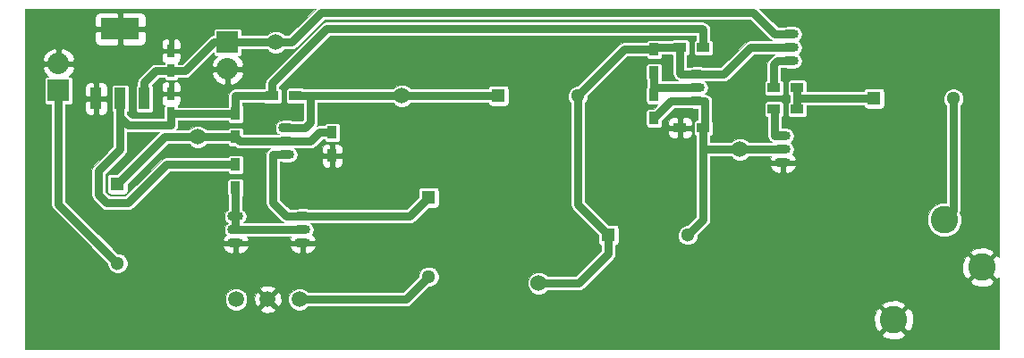
<source format=gbr>
G04 #@! TF.FileFunction,Copper,L1,Top,Signal*
%FSLAX46Y46*%
G04 Gerber Fmt 4.6, Leading zero omitted, Abs format (unit mm)*
G04 Created by KiCad (PCBNEW 4.0.1-stable) date 1/20/2016 5:17:17 PM*
%MOMM*%
G01*
G04 APERTURE LIST*
%ADD10C,0.100000*%
%ADD11C,2.600000*%
%ADD12R,0.750000X1.200000*%
%ADD13R,2.032000X2.032000*%
%ADD14O,2.032000X2.032000*%
%ADD15R,0.900000X1.200000*%
%ADD16R,1.200000X0.900000*%
%ADD17R,3.657600X2.032000*%
%ADD18R,1.016000X2.032000*%
%ADD19R,1.300000X1.300000*%
%ADD20C,1.300000*%
%ADD21O,1.501140X0.899160*%
%ADD22C,1.500000*%
%ADD23C,1.524000*%
%ADD24C,0.600000*%
%ADD25C,0.750000*%
G04 APERTURE END LIST*
D10*
D11*
X114597000Y-113284000D03*
X111047000Y-108784000D03*
X106247000Y-118284000D03*
D12*
X37846000Y-94676000D03*
X37846000Y-92776000D03*
X37846000Y-98740000D03*
X37846000Y-96840000D03*
D13*
X43180000Y-91948000D03*
D14*
X43180000Y-94488000D03*
D13*
X27178000Y-96520000D03*
D14*
X27178000Y-93980000D03*
D15*
X43942000Y-103548000D03*
X43942000Y-105748000D03*
X43942000Y-98722000D03*
X43942000Y-100922000D03*
X53086000Y-100500000D03*
X53086000Y-102700000D03*
D16*
X47414000Y-97028000D03*
X49614000Y-97028000D03*
D15*
X83566000Y-92626000D03*
X83566000Y-94826000D03*
X83566000Y-96944000D03*
X83566000Y-99144000D03*
D16*
X88222000Y-92456000D03*
X86022000Y-92456000D03*
X88222000Y-100076000D03*
X86022000Y-100076000D03*
X94912000Y-96266000D03*
X97112000Y-96266000D03*
X97112000Y-98298000D03*
X94912000Y-98298000D03*
D17*
X33020000Y-90678000D03*
D18*
X33020000Y-97282000D03*
X35306000Y-97282000D03*
X30734000Y-97282000D03*
D19*
X32766000Y-105410000D03*
D20*
X32766000Y-112910000D03*
D19*
X62230000Y-106680000D03*
D20*
X62230000Y-114180000D03*
D19*
X68834000Y-97028000D03*
D20*
X76334000Y-97028000D03*
D19*
X79248000Y-110236000D03*
D20*
X86748000Y-110236000D03*
D19*
X104394000Y-97282000D03*
D20*
X111894000Y-97282000D03*
D21*
X43942000Y-109728000D03*
X43942000Y-108458000D03*
X43942000Y-110998000D03*
X48768000Y-101346000D03*
X48768000Y-100076000D03*
X48768000Y-102616000D03*
X50292000Y-109728000D03*
X50292000Y-108458000D03*
X50292000Y-110998000D03*
X87630000Y-96266000D03*
X87630000Y-94996000D03*
X87630000Y-97536000D03*
X96520000Y-92456000D03*
X96520000Y-91186000D03*
X96520000Y-93726000D03*
X95758000Y-102108000D03*
X95758000Y-103378000D03*
X95758000Y-100838000D03*
D22*
X49990000Y-116332000D03*
X46990000Y-116332000D03*
X43990000Y-116332000D03*
D23*
X47752000Y-91948000D03*
X40373300Y-100914200D03*
X59690000Y-97028000D03*
X72644000Y-114808000D03*
X91694000Y-102108000D03*
D24*
X34671000Y-101473000D03*
X38227000Y-102362000D03*
X42545000Y-102362000D03*
X45593000Y-103378000D03*
X45720000Y-107569000D03*
X45593000Y-98679000D03*
X48768000Y-98552000D03*
X103759000Y-109474000D03*
X114046000Y-118745000D03*
X110744000Y-117221000D03*
X108458000Y-111506000D03*
X104394000Y-113792000D03*
X99695000Y-90551000D03*
X114300000Y-109347000D03*
X114427000Y-101981000D03*
X115062000Y-95885000D03*
X112649000Y-90170000D03*
X108331000Y-95504000D03*
X108712000Y-90043000D03*
X104140000Y-90424000D03*
X104140000Y-94996000D03*
X99695000Y-94996000D03*
X92964000Y-94615000D03*
X90424000Y-96520000D03*
X90297000Y-99949000D03*
X92964000Y-100076000D03*
X46228000Y-89789000D03*
X39878000Y-90297000D03*
X40640000Y-96774000D03*
X46609000Y-93853000D03*
X89916000Y-92837000D03*
X92329000Y-91313000D03*
X90551000Y-91059000D03*
X89916000Y-104648000D03*
X103886000Y-102743000D03*
X101727000Y-106172000D03*
X108204000Y-106426000D03*
X108077000Y-99441000D03*
X99441000Y-99822000D03*
X97409000Y-111887000D03*
X96774000Y-106934000D03*
X91059000Y-110998000D03*
X72390000Y-117602000D03*
X101981000Y-117094000D03*
X100203000Y-112903000D03*
X96647000Y-116967000D03*
X94234000Y-112776000D03*
X90805000Y-116840000D03*
X88265000Y-112268000D03*
X86995000Y-117094000D03*
X84455000Y-115062000D03*
X84201000Y-110490000D03*
X83820000Y-106045000D03*
X86360000Y-107823000D03*
X86233000Y-103124000D03*
X81407000Y-102997000D03*
X81534000Y-99314000D03*
X81534000Y-94742000D03*
X79248000Y-97282000D03*
X79121000Y-101346000D03*
X79248000Y-105791000D03*
X81788000Y-108204000D03*
X81534000Y-113157000D03*
X82931000Y-117475000D03*
X77851000Y-117602000D03*
X69215000Y-119253000D03*
X74041000Y-111760000D03*
X76708000Y-110998000D03*
X74041000Y-107950000D03*
X74041000Y-104267000D03*
X74041000Y-99568000D03*
X72136000Y-97282000D03*
X69342000Y-99949000D03*
X69215000Y-104267000D03*
X69215000Y-108077000D03*
X69215000Y-111760000D03*
X69215000Y-115316000D03*
X49657000Y-119507000D03*
X65913000Y-109982000D03*
X65786000Y-113030000D03*
X65913000Y-116713000D03*
X65786000Y-119634000D03*
X62865000Y-116713000D03*
X62738000Y-119634000D03*
X58674000Y-119634000D03*
X53594000Y-119507000D03*
X50292000Y-95377000D03*
X77343000Y-92456000D03*
X74549000Y-95377000D03*
X71628000Y-92456000D03*
X68961000Y-95250000D03*
X66040000Y-92329000D03*
X62865000Y-95504000D03*
X59690000Y-92329000D03*
X56515000Y-95504000D03*
X53340000Y-92329000D03*
X52705000Y-98679000D03*
X54991000Y-101092000D03*
X56896000Y-101092000D03*
X59690000Y-101092000D03*
X62992000Y-101092000D03*
X66802000Y-101092000D03*
X66802000Y-98552000D03*
X64262000Y-98679000D03*
X61341000Y-98679000D03*
X58420000Y-98679000D03*
X55753000Y-98679000D03*
X52832000Y-106680000D03*
X54610000Y-104775000D03*
X54737000Y-106680000D03*
X48895000Y-104140000D03*
X51308000Y-104267000D03*
X51308000Y-106426000D03*
X49403000Y-106553000D03*
X58039000Y-114935000D03*
X56515000Y-104394000D03*
X56515000Y-106807000D03*
X59690000Y-106680000D03*
X59690000Y-104140000D03*
X62484000Y-104140000D03*
X64770000Y-104140000D03*
X64643000Y-106680000D03*
X62865000Y-109601000D03*
X62611000Y-111506000D03*
X60198000Y-113157000D03*
X60579000Y-109855000D03*
X58039000Y-109855000D03*
X58039000Y-111760000D03*
X40640000Y-119507000D03*
X54483000Y-114681000D03*
X56134000Y-113157000D03*
X56134000Y-109982000D03*
X52959000Y-109982000D03*
X52959000Y-113030000D03*
X47117000Y-112903000D03*
X40640000Y-112903000D03*
X40640000Y-115824000D03*
X33147000Y-110871000D03*
X30861000Y-101473000D03*
X28956000Y-100330000D03*
X28956000Y-102489000D03*
X28956000Y-105410000D03*
X29845000Y-107696000D03*
X31369000Y-109093000D03*
X33274000Y-108839000D03*
X30480000Y-113665000D03*
X39497000Y-107188000D03*
X36449000Y-107188000D03*
X38354000Y-105410000D03*
X41783000Y-105410000D03*
X41656000Y-107315000D03*
X40386000Y-108966000D03*
X40386000Y-110871000D03*
X38354000Y-110871000D03*
X38481000Y-109093000D03*
X35179000Y-109093000D03*
X35179000Y-110998000D03*
X35179000Y-113030000D03*
X38227000Y-113030000D03*
X38227000Y-115824000D03*
X38100000Y-119507000D03*
X35687000Y-119507000D03*
X35687000Y-116078000D03*
X33020000Y-116078000D03*
X33147000Y-119380000D03*
X30353000Y-119380000D03*
X30480000Y-116205000D03*
X25273000Y-98933000D03*
X27432000Y-110617000D03*
X28321000Y-113157000D03*
X28321000Y-116078000D03*
X28194000Y-119507000D03*
X25273000Y-119507000D03*
X25273000Y-116078000D03*
X25273000Y-113030000D03*
X25273000Y-109474000D03*
X25273000Y-105410000D03*
X25273000Y-101727000D03*
X113030000Y-111760000D03*
X113030000Y-114808000D03*
X107696000Y-119761000D03*
X104775000Y-119761000D03*
X107696000Y-116840000D03*
X104775000Y-116840000D03*
X94234000Y-103378000D03*
X95758000Y-104648000D03*
X97282000Y-103378000D03*
X44958000Y-94488000D03*
X43180000Y-96266000D03*
X41402000Y-94488000D03*
X85979000Y-98933000D03*
X84709000Y-100076000D03*
X85979000Y-101219000D03*
X53086000Y-104140000D03*
X54356000Y-102743000D03*
X51816000Y-102743000D03*
X48133000Y-117475000D03*
X45847000Y-117475000D03*
X45847000Y-115189000D03*
X48133000Y-115189000D03*
X51816000Y-110998000D03*
X50292000Y-112268000D03*
X48768000Y-110998000D03*
X45466000Y-110998000D03*
X42418000Y-110998000D03*
X43942000Y-112268000D03*
X36576000Y-96901000D03*
X38989000Y-96901000D03*
X38989000Y-92837000D03*
X36703000Y-92837000D03*
X37846000Y-91440000D03*
X28956000Y-93980000D03*
X27178000Y-92075000D03*
X25400000Y-93980000D03*
X30734000Y-99060000D03*
X29464000Y-97282000D03*
X30734000Y-95504000D03*
X33020000Y-92583000D03*
X35687000Y-90678000D03*
X30353000Y-90678000D03*
D25*
X43180000Y-91948000D02*
X47752000Y-91948000D01*
X43180000Y-91948000D02*
X49276000Y-91948000D01*
X94996000Y-91186000D02*
X96520000Y-91186000D01*
X92964000Y-89154000D02*
X94996000Y-91186000D01*
X52070000Y-89154000D02*
X92964000Y-89154000D01*
X49276000Y-91948000D02*
X52070000Y-89154000D01*
X37846000Y-94676000D02*
X36388000Y-94676000D01*
X35306000Y-95758000D02*
X35306000Y-97282000D01*
X36388000Y-94676000D02*
X35306000Y-95758000D01*
X43180000Y-91948000D02*
X41910000Y-91948000D01*
X39182000Y-94676000D02*
X37846000Y-94676000D01*
X41910000Y-91948000D02*
X39182000Y-94676000D01*
X38227000Y-102362000D02*
X42545000Y-102362000D01*
X45720000Y-107569000D02*
X45720000Y-103505000D01*
X45720000Y-103505000D02*
X45593000Y-103378000D01*
X45720000Y-98552000D02*
X48768000Y-98552000D01*
X45720000Y-98552000D02*
X45593000Y-98679000D01*
X114046000Y-118745000D02*
X112268000Y-118745000D01*
X110744000Y-117221000D02*
X112268000Y-118745000D01*
X106680000Y-111506000D02*
X108458000Y-111506000D01*
X104394000Y-113792000D02*
X106680000Y-111506000D01*
X114427000Y-96520000D02*
X114427000Y-101981000D01*
X115062000Y-95885000D02*
X114427000Y-96520000D01*
X112649000Y-91186000D02*
X112649000Y-90170000D01*
X108331000Y-95504000D02*
X112649000Y-91186000D01*
X104521000Y-90043000D02*
X108712000Y-90043000D01*
X104140000Y-90424000D02*
X104521000Y-90043000D01*
X99695000Y-94996000D02*
X104140000Y-94996000D01*
X92837000Y-99949000D02*
X90297000Y-99949000D01*
X92964000Y-100076000D02*
X92837000Y-99949000D01*
X103886000Y-102743000D02*
X103886000Y-104013000D01*
X101727000Y-106172000D02*
X103886000Y-104013000D01*
X108204000Y-99568000D02*
X108204000Y-106426000D01*
X108077000Y-99441000D02*
X108204000Y-99568000D01*
X99441000Y-109855000D02*
X99441000Y-99822000D01*
X97409000Y-111887000D02*
X99441000Y-109855000D01*
X95123000Y-106934000D02*
X96774000Y-106934000D01*
X91059000Y-110998000D02*
X95123000Y-106934000D01*
X100203000Y-113411000D02*
X100203000Y-112903000D01*
X96647000Y-116967000D02*
X100203000Y-113411000D01*
X94234000Y-113411000D02*
X94234000Y-112776000D01*
X90805000Y-116840000D02*
X94234000Y-113411000D01*
X88265000Y-115824000D02*
X88265000Y-112268000D01*
X86995000Y-117094000D02*
X88265000Y-115824000D01*
X84455000Y-110744000D02*
X84455000Y-115062000D01*
X84201000Y-110490000D02*
X84455000Y-110744000D01*
X84582000Y-106045000D02*
X83820000Y-106045000D01*
X86360000Y-107823000D02*
X84582000Y-106045000D01*
X81534000Y-103124000D02*
X86233000Y-103124000D01*
X81407000Y-102997000D02*
X81534000Y-103124000D01*
X81534000Y-94742000D02*
X81534000Y-99314000D01*
X79248000Y-101219000D02*
X79248000Y-97282000D01*
X79121000Y-101346000D02*
X79248000Y-101219000D01*
X79375000Y-105791000D02*
X79248000Y-105791000D01*
X81788000Y-108204000D02*
X79375000Y-105791000D01*
X81534000Y-116078000D02*
X81534000Y-113157000D01*
X82931000Y-117475000D02*
X81534000Y-116078000D01*
X77851000Y-117602000D02*
X72390000Y-117602000D01*
X75946000Y-111760000D02*
X74041000Y-111760000D01*
X76708000Y-110998000D02*
X75946000Y-111760000D01*
X74041000Y-104267000D02*
X74041000Y-107950000D01*
X74041000Y-99187000D02*
X74041000Y-99568000D01*
X72136000Y-97282000D02*
X74041000Y-99187000D01*
X69342000Y-104140000D02*
X69342000Y-99949000D01*
X69215000Y-104267000D02*
X69342000Y-104140000D01*
X69215000Y-111760000D02*
X69215000Y-108077000D01*
X69215000Y-115316000D02*
X69215000Y-119253000D01*
X65913000Y-109982000D02*
X65913000Y-112903000D01*
X65786000Y-113030000D02*
X65913000Y-112903000D01*
X65913000Y-119507000D02*
X65913000Y-116713000D01*
X65786000Y-119634000D02*
X65913000Y-119507000D01*
X62865000Y-119507000D02*
X62865000Y-116713000D01*
X62738000Y-119634000D02*
X62865000Y-119507000D01*
X53721000Y-119634000D02*
X58674000Y-119634000D01*
X53594000Y-119507000D02*
X53721000Y-119634000D01*
X77724000Y-92456000D02*
X77343000Y-92456000D01*
X71628000Y-92456000D02*
X74549000Y-95377000D01*
X66040000Y-92329000D02*
X68961000Y-95250000D01*
X59690000Y-92329000D02*
X62865000Y-95504000D01*
X53340000Y-92329000D02*
X56515000Y-95504000D01*
X59690000Y-101092000D02*
X56896000Y-101092000D01*
X66802000Y-101092000D02*
X62992000Y-101092000D01*
X64389000Y-98552000D02*
X66802000Y-98552000D01*
X64262000Y-98679000D02*
X64389000Y-98552000D01*
X58420000Y-98679000D02*
X61341000Y-98679000D01*
X55753000Y-98679000D02*
X52705000Y-98679000D01*
X54610000Y-104775000D02*
X54610000Y-106553000D01*
X54737000Y-106680000D02*
X54610000Y-106553000D01*
X49530000Y-106426000D02*
X51308000Y-106426000D01*
X49403000Y-106553000D02*
X49530000Y-106426000D01*
X56261000Y-103632000D02*
X56261000Y-104140000D01*
X56515000Y-104394000D02*
X56261000Y-104140000D01*
X59563000Y-106807000D02*
X56515000Y-106807000D01*
X59690000Y-106680000D02*
X59563000Y-106807000D01*
X62484000Y-104140000D02*
X59690000Y-104140000D01*
X64770000Y-106553000D02*
X64770000Y-104140000D01*
X64643000Y-106680000D02*
X64770000Y-106553000D01*
X62865000Y-111252000D02*
X62865000Y-109601000D01*
X62611000Y-111506000D02*
X62865000Y-111252000D01*
X60198000Y-110236000D02*
X60198000Y-113157000D01*
X60579000Y-109855000D02*
X60198000Y-110236000D01*
X58039000Y-111760000D02*
X58039000Y-109855000D01*
X56134000Y-109982000D02*
X56134000Y-113157000D01*
X52959000Y-113030000D02*
X52959000Y-109982000D01*
X40640000Y-112903000D02*
X47117000Y-112903000D01*
X40640000Y-115824000D02*
X40640000Y-119507000D01*
X30861000Y-101473000D02*
X30099000Y-101473000D01*
X28956000Y-100330000D02*
X30099000Y-101473000D01*
X28956000Y-105410000D02*
X28956000Y-102489000D01*
X29972000Y-107696000D02*
X29845000Y-107696000D01*
X31369000Y-109093000D02*
X29972000Y-107696000D01*
X33274000Y-110744000D02*
X33274000Y-108839000D01*
X33274000Y-110744000D02*
X33147000Y-110871000D01*
X36576000Y-107188000D02*
X36449000Y-107188000D01*
X38354000Y-105410000D02*
X36576000Y-107188000D01*
X41783000Y-107188000D02*
X41783000Y-105410000D01*
X41656000Y-107315000D02*
X41783000Y-107188000D01*
X40386000Y-110871000D02*
X40386000Y-108966000D01*
X38354000Y-109220000D02*
X38354000Y-110871000D01*
X38481000Y-109093000D02*
X38354000Y-109220000D01*
X35179000Y-110998000D02*
X35179000Y-109093000D01*
X38227000Y-113030000D02*
X35179000Y-113030000D01*
X38227000Y-119380000D02*
X38227000Y-115824000D01*
X38100000Y-119507000D02*
X38227000Y-119380000D01*
X35687000Y-116078000D02*
X35687000Y-119507000D01*
X33020000Y-119253000D02*
X33020000Y-116078000D01*
X33147000Y-119380000D02*
X33020000Y-119253000D01*
X30353000Y-116332000D02*
X30353000Y-119380000D01*
X30480000Y-116205000D02*
X30353000Y-116332000D01*
X28321000Y-116078000D02*
X28321000Y-113157000D01*
X25273000Y-119507000D02*
X28194000Y-119507000D01*
X25273000Y-113030000D02*
X25273000Y-116078000D01*
X25273000Y-105410000D02*
X25273000Y-109474000D01*
X25273000Y-101727000D02*
X25273000Y-98933000D01*
X47414000Y-97028000D02*
X47414000Y-95842000D01*
X88222000Y-90762000D02*
X88222000Y-92456000D01*
X88138000Y-90678000D02*
X88222000Y-90762000D01*
X52578000Y-90678000D02*
X88138000Y-90678000D01*
X47414000Y-95842000D02*
X52578000Y-90678000D01*
X33020000Y-97282000D02*
X33020000Y-102108000D01*
X37422000Y-103548000D02*
X43942000Y-103548000D01*
X33782000Y-107188000D02*
X37422000Y-103548000D01*
X31750000Y-107188000D02*
X33782000Y-107188000D01*
X30988000Y-106426000D02*
X31750000Y-107188000D01*
X30988000Y-104140000D02*
X30988000Y-106426000D01*
X33020000Y-102108000D02*
X30988000Y-104140000D01*
X43942000Y-98722000D02*
X43942000Y-97028000D01*
X43942000Y-97028000D02*
X47414000Y-97028000D01*
X37846000Y-98740000D02*
X43924000Y-98740000D01*
X43924000Y-98740000D02*
X43942000Y-98722000D01*
X33020000Y-97282000D02*
X33020000Y-99060000D01*
X37846000Y-99822000D02*
X37846000Y-98740000D01*
X33782000Y-99822000D02*
X37846000Y-99822000D01*
X33020000Y-99060000D02*
X33782000Y-99822000D01*
X43934200Y-100914200D02*
X40373300Y-100914200D01*
X43942000Y-100922000D02*
X43934200Y-100914200D01*
X43942000Y-100922000D02*
X44366000Y-101346000D01*
X44366000Y-101346000D02*
X48768000Y-101346000D01*
X48768000Y-101346000D02*
X51054000Y-101346000D01*
X51900000Y-100500000D02*
X53086000Y-100500000D01*
X51054000Y-101346000D02*
X51900000Y-100500000D01*
X43942000Y-100922000D02*
X37254000Y-100922000D01*
X37254000Y-100922000D02*
X32766000Y-105410000D01*
X43942000Y-108458000D02*
X43942000Y-109728000D01*
X43942000Y-109728000D02*
X50292000Y-109728000D01*
X43942000Y-105748000D02*
X43942000Y-108458000D01*
X27178000Y-96520000D02*
X27178000Y-107322000D01*
X27178000Y-107322000D02*
X32766000Y-112910000D01*
X49614000Y-97028000D02*
X59690000Y-97028000D01*
X51054000Y-97028000D02*
X51054000Y-99568000D01*
X50546000Y-100076000D02*
X48768000Y-100076000D01*
X51054000Y-99568000D02*
X50546000Y-100076000D01*
X49614000Y-97028000D02*
X51054000Y-97028000D01*
X51054000Y-97028000D02*
X68834000Y-97028000D01*
X79248000Y-110236000D02*
X79248000Y-112014000D01*
X76454000Y-114808000D02*
X72644000Y-114808000D01*
X79248000Y-112014000D02*
X76454000Y-114808000D01*
X87630000Y-94996000D02*
X90170000Y-94996000D01*
X92710000Y-92456000D02*
X96520000Y-92456000D01*
X90170000Y-94996000D02*
X92710000Y-92456000D01*
X86022000Y-92456000D02*
X86022000Y-94912000D01*
X86106000Y-94996000D02*
X87630000Y-94996000D01*
X86022000Y-94912000D02*
X86106000Y-94996000D01*
X76334000Y-97028000D02*
X76334000Y-107322000D01*
X76334000Y-107322000D02*
X79248000Y-110236000D01*
X83566000Y-92626000D02*
X80736000Y-92626000D01*
X80736000Y-92626000D02*
X76334000Y-97028000D01*
X86022000Y-92456000D02*
X83736000Y-92456000D01*
X83736000Y-92456000D02*
X83566000Y-92626000D01*
X83566000Y-94826000D02*
X83566000Y-96944000D01*
X83566000Y-96944000D02*
X83566000Y-96266000D01*
X83566000Y-96266000D02*
X87630000Y-96266000D01*
X89408000Y-102108000D02*
X91694000Y-102108000D01*
X87630000Y-97536000D02*
X88392000Y-97536000D01*
X88392000Y-97536000D02*
X88392000Y-99906000D01*
X88392000Y-99906000D02*
X88222000Y-100076000D01*
X83566000Y-99144000D02*
X85174000Y-97536000D01*
X85174000Y-97536000D02*
X87630000Y-97536000D01*
X88222000Y-101854000D02*
X88222000Y-108762000D01*
X88222000Y-108762000D02*
X86748000Y-110236000D01*
X88222000Y-100076000D02*
X88222000Y-101854000D01*
X88222000Y-101854000D02*
X88222000Y-101938000D01*
X88392000Y-102108000D02*
X89408000Y-102108000D01*
X89408000Y-102108000D02*
X95758000Y-102108000D01*
X88222000Y-101938000D02*
X88392000Y-102108000D01*
X96520000Y-93726000D02*
X95250000Y-93726000D01*
X94912000Y-94064000D02*
X94912000Y-96266000D01*
X95250000Y-93726000D02*
X94912000Y-94064000D01*
X104394000Y-97282000D02*
X97112000Y-97282000D01*
X97112000Y-96266000D02*
X97112000Y-97282000D01*
X97112000Y-97282000D02*
X97112000Y-98298000D01*
X95758000Y-100838000D02*
X94996000Y-100838000D01*
X94996000Y-100838000D02*
X94996000Y-98382000D01*
X94996000Y-98382000D02*
X94912000Y-98298000D01*
X48768000Y-102616000D02*
X47498000Y-102616000D01*
X48768000Y-108458000D02*
X50292000Y-108458000D01*
X47498000Y-107188000D02*
X48768000Y-108458000D01*
X47498000Y-102616000D02*
X47498000Y-107188000D01*
X50292000Y-108458000D02*
X60452000Y-108458000D01*
X60452000Y-108458000D02*
X62230000Y-106680000D01*
X62230000Y-114180000D02*
X60078000Y-116332000D01*
X60078000Y-116332000D02*
X49990000Y-116332000D01*
X111894000Y-97282000D02*
X111894000Y-107937000D01*
X111894000Y-107937000D02*
X111047000Y-108784000D01*
D10*
G36*
X48996406Y-91273000D02*
X48578763Y-91273000D01*
X48354360Y-91048205D01*
X47964172Y-90886185D01*
X47541682Y-90885816D01*
X47151211Y-91047155D01*
X46924972Y-91273000D01*
X44501877Y-91273000D01*
X44501877Y-90932000D01*
X44480958Y-90820827D01*
X44415255Y-90718721D01*
X44315003Y-90650222D01*
X44196000Y-90626123D01*
X42164000Y-90626123D01*
X42052827Y-90647042D01*
X41950721Y-90712745D01*
X41882222Y-90812997D01*
X41858123Y-90932000D01*
X41858123Y-91283319D01*
X41651689Y-91324381D01*
X41432703Y-91470703D01*
X38902406Y-94001000D01*
X38512765Y-94001000D01*
X38505958Y-93964827D01*
X38449287Y-93876757D01*
X38532550Y-93842268D01*
X38687267Y-93687550D01*
X38771000Y-93485402D01*
X38771000Y-93113500D01*
X38633500Y-92976000D01*
X38033500Y-92976000D01*
X38033500Y-92996000D01*
X37658500Y-92996000D01*
X37658500Y-92976000D01*
X37058500Y-92976000D01*
X36921000Y-93113500D01*
X36921000Y-93485402D01*
X37004733Y-93687550D01*
X37159450Y-93842268D01*
X37243753Y-93877187D01*
X37189222Y-93956997D01*
X37180311Y-94001000D01*
X36388000Y-94001000D01*
X36129688Y-94052381D01*
X35910703Y-94198703D01*
X34828703Y-95280703D01*
X34682381Y-95499688D01*
X34654615Y-95639279D01*
X34631000Y-95758000D01*
X34631000Y-96016965D01*
X34584721Y-96046745D01*
X34516222Y-96146997D01*
X34492123Y-96266000D01*
X34492123Y-98298000D01*
X34513042Y-98409173D01*
X34578745Y-98511279D01*
X34678997Y-98579778D01*
X34798000Y-98603877D01*
X35814000Y-98603877D01*
X35925173Y-98582958D01*
X36027279Y-98517255D01*
X36095778Y-98417003D01*
X36119877Y-98298000D01*
X36119877Y-96266000D01*
X36098958Y-96154827D01*
X36083368Y-96130598D01*
X36921000Y-96130598D01*
X36921000Y-96502500D01*
X37058500Y-96640000D01*
X37658500Y-96640000D01*
X37658500Y-95827500D01*
X38033500Y-95827500D01*
X38033500Y-96640000D01*
X38633500Y-96640000D01*
X38771000Y-96502500D01*
X38771000Y-96130598D01*
X38687267Y-95928450D01*
X38532550Y-95773732D01*
X38330402Y-95690000D01*
X38171000Y-95690000D01*
X38033500Y-95827500D01*
X37658500Y-95827500D01*
X37521000Y-95690000D01*
X37361598Y-95690000D01*
X37159450Y-95773732D01*
X37004733Y-95928450D01*
X36921000Y-96130598D01*
X36083368Y-96130598D01*
X36033255Y-96052721D01*
X35993225Y-96025369D01*
X36667594Y-95351000D01*
X37179235Y-95351000D01*
X37186042Y-95387173D01*
X37251745Y-95489279D01*
X37351997Y-95557778D01*
X37471000Y-95581877D01*
X38221000Y-95581877D01*
X38332173Y-95560958D01*
X38434279Y-95495255D01*
X38502778Y-95395003D01*
X38511689Y-95351000D01*
X39182000Y-95351000D01*
X39440312Y-95299619D01*
X39659297Y-95153297D01*
X39884086Y-94928508D01*
X41677233Y-94928508D01*
X41805885Y-95239140D01*
X42197932Y-95707814D01*
X42739490Y-95990782D01*
X42980000Y-95903691D01*
X42980000Y-94688000D01*
X43380000Y-94688000D01*
X43380000Y-95903691D01*
X43620510Y-95990782D01*
X44162068Y-95707814D01*
X44554115Y-95239140D01*
X44682767Y-94928508D01*
X44594430Y-94688000D01*
X43380000Y-94688000D01*
X42980000Y-94688000D01*
X41765570Y-94688000D01*
X41677233Y-94928508D01*
X39884086Y-94928508D01*
X41858123Y-92954471D01*
X41858123Y-92964000D01*
X41879042Y-93075173D01*
X41944745Y-93177279D01*
X42044997Y-93245778D01*
X42164000Y-93269877D01*
X42196517Y-93269877D01*
X41805885Y-93736860D01*
X41677233Y-94047492D01*
X41765570Y-94288000D01*
X42980000Y-94288000D01*
X42980000Y-94268000D01*
X43380000Y-94268000D01*
X43380000Y-94288000D01*
X44594430Y-94288000D01*
X44682767Y-94047492D01*
X44554115Y-93736860D01*
X44163483Y-93269877D01*
X44196000Y-93269877D01*
X44307173Y-93248958D01*
X44409279Y-93183255D01*
X44477778Y-93083003D01*
X44501877Y-92964000D01*
X44501877Y-92623000D01*
X46925237Y-92623000D01*
X47149640Y-92847795D01*
X47539828Y-93009815D01*
X47962318Y-93010184D01*
X48352789Y-92848845D01*
X48579028Y-92623000D01*
X49276000Y-92623000D01*
X49534312Y-92571619D01*
X49753297Y-92425297D01*
X52349594Y-89829000D01*
X92684406Y-89829000D01*
X94518703Y-91663297D01*
X94694857Y-91781000D01*
X92710000Y-91781000D01*
X92451689Y-91832381D01*
X92328300Y-91914827D01*
X92232703Y-91978703D01*
X89890406Y-94321000D01*
X88264647Y-94321000D01*
X88238424Y-94303478D01*
X87951572Y-94246420D01*
X87308428Y-94246420D01*
X87021576Y-94303478D01*
X86995353Y-94321000D01*
X86697000Y-94321000D01*
X86697000Y-93197765D01*
X86733173Y-93190958D01*
X86835279Y-93125255D01*
X86903778Y-93025003D01*
X86927877Y-92906000D01*
X86927877Y-92006000D01*
X86906958Y-91894827D01*
X86841255Y-91792721D01*
X86741003Y-91724222D01*
X86622000Y-91700123D01*
X85422000Y-91700123D01*
X85310827Y-91721042D01*
X85217649Y-91781000D01*
X84188830Y-91781000D01*
X84135003Y-91744222D01*
X84016000Y-91720123D01*
X83116000Y-91720123D01*
X83004827Y-91741042D01*
X82902721Y-91806745D01*
X82834222Y-91906997D01*
X82825311Y-91951000D01*
X80736000Y-91951000D01*
X80477688Y-92002381D01*
X80258703Y-92148703D01*
X76329411Y-96077995D01*
X76145862Y-96077835D01*
X75796571Y-96222159D01*
X75529098Y-96489165D01*
X75384165Y-96838204D01*
X75383835Y-97216138D01*
X75528159Y-97565429D01*
X75659000Y-97696499D01*
X75659000Y-107322000D01*
X75710381Y-107580312D01*
X75856703Y-107799297D01*
X78292123Y-110234717D01*
X78292123Y-110886000D01*
X78313042Y-110997173D01*
X78378745Y-111099279D01*
X78478997Y-111167778D01*
X78573000Y-111186814D01*
X78573000Y-111734406D01*
X76174406Y-114133000D01*
X73470763Y-114133000D01*
X73246360Y-113908205D01*
X72856172Y-113746185D01*
X72433682Y-113745816D01*
X72043211Y-113907155D01*
X71744205Y-114205640D01*
X71582185Y-114595828D01*
X71581816Y-115018318D01*
X71743155Y-115408789D01*
X72041640Y-115707795D01*
X72431828Y-115869815D01*
X72854318Y-115870184D01*
X73244789Y-115708845D01*
X73471028Y-115483000D01*
X76454000Y-115483000D01*
X76712312Y-115431619D01*
X76931297Y-115285297D01*
X77562737Y-114653857D01*
X113509986Y-114653857D01*
X113656347Y-114918958D01*
X114353622Y-115154476D01*
X115087948Y-115105232D01*
X115537653Y-114918958D01*
X115684014Y-114653857D01*
X114597000Y-113566843D01*
X113509986Y-114653857D01*
X77562737Y-114653857D01*
X79175972Y-113040622D01*
X112726524Y-113040622D01*
X112775768Y-113774948D01*
X112962042Y-114224653D01*
X113227143Y-114371014D01*
X114314157Y-113284000D01*
X113227143Y-112196986D01*
X112962042Y-112343347D01*
X112726524Y-113040622D01*
X79175972Y-113040622D01*
X79725297Y-112491297D01*
X79871619Y-112272312D01*
X79923000Y-112014000D01*
X79923000Y-111914143D01*
X113509986Y-111914143D01*
X114597000Y-113001157D01*
X115684014Y-111914143D01*
X115537653Y-111649042D01*
X114840378Y-111413524D01*
X114106052Y-111462768D01*
X113656347Y-111649042D01*
X113509986Y-111914143D01*
X79923000Y-111914143D01*
X79923000Y-111187173D01*
X80009173Y-111170958D01*
X80111279Y-111105255D01*
X80179778Y-111005003D01*
X80203877Y-110886000D01*
X80203877Y-109586000D01*
X80182958Y-109474827D01*
X80117255Y-109372721D01*
X80017003Y-109304222D01*
X79898000Y-109280123D01*
X79246717Y-109280123D01*
X77009000Y-107042406D01*
X77009000Y-100413500D01*
X84872000Y-100413500D01*
X84872000Y-100635402D01*
X84955732Y-100837550D01*
X85110450Y-100992267D01*
X85312598Y-101076000D01*
X85684500Y-101076000D01*
X85822000Y-100938500D01*
X85822000Y-100276000D01*
X86222000Y-100276000D01*
X86222000Y-100938500D01*
X86359500Y-101076000D01*
X86731402Y-101076000D01*
X86933550Y-100992267D01*
X87088268Y-100837550D01*
X87172000Y-100635402D01*
X87172000Y-100413500D01*
X87034500Y-100276000D01*
X86222000Y-100276000D01*
X85822000Y-100276000D01*
X85009500Y-100276000D01*
X84872000Y-100413500D01*
X77009000Y-100413500D01*
X77009000Y-97696510D01*
X77138902Y-97566835D01*
X77283835Y-97217796D01*
X77283997Y-97032597D01*
X81015594Y-93301000D01*
X82824235Y-93301000D01*
X82831042Y-93337173D01*
X82896745Y-93439279D01*
X82996997Y-93507778D01*
X83116000Y-93531877D01*
X84016000Y-93531877D01*
X84127173Y-93510958D01*
X84229279Y-93445255D01*
X84297778Y-93345003D01*
X84321877Y-93226000D01*
X84321877Y-93131000D01*
X85219899Y-93131000D01*
X85302997Y-93187778D01*
X85347000Y-93196689D01*
X85347000Y-94912000D01*
X85398381Y-95170312D01*
X85544703Y-95389297D01*
X85628703Y-95473297D01*
X85804857Y-95591000D01*
X84266350Y-95591000D01*
X84297778Y-95545003D01*
X84321877Y-95426000D01*
X84321877Y-94226000D01*
X84300958Y-94114827D01*
X84235255Y-94012721D01*
X84135003Y-93944222D01*
X84016000Y-93920123D01*
X83116000Y-93920123D01*
X83004827Y-93941042D01*
X82902721Y-94006745D01*
X82834222Y-94106997D01*
X82810123Y-94226000D01*
X82810123Y-95426000D01*
X82831042Y-95537173D01*
X82891000Y-95630351D01*
X82891000Y-96141899D01*
X82834222Y-96224997D01*
X82810123Y-96344000D01*
X82810123Y-97544000D01*
X82831042Y-97655173D01*
X82896745Y-97757279D01*
X82996997Y-97825778D01*
X83116000Y-97849877D01*
X83905529Y-97849877D01*
X83517283Y-98238123D01*
X83116000Y-98238123D01*
X83004827Y-98259042D01*
X82902721Y-98324745D01*
X82834222Y-98424997D01*
X82810123Y-98544000D01*
X82810123Y-99744000D01*
X82831042Y-99855173D01*
X82896745Y-99957279D01*
X82996997Y-100025778D01*
X83116000Y-100049877D01*
X84016000Y-100049877D01*
X84127173Y-100028958D01*
X84229279Y-99963255D01*
X84297778Y-99863003D01*
X84321877Y-99744000D01*
X84321877Y-99516598D01*
X84872000Y-99516598D01*
X84872000Y-99738500D01*
X85009500Y-99876000D01*
X85822000Y-99876000D01*
X85822000Y-99213500D01*
X86222000Y-99213500D01*
X86222000Y-99876000D01*
X87034500Y-99876000D01*
X87172000Y-99738500D01*
X87172000Y-99516598D01*
X87088268Y-99314450D01*
X86933550Y-99159733D01*
X86731402Y-99076000D01*
X86359500Y-99076000D01*
X86222000Y-99213500D01*
X85822000Y-99213500D01*
X85684500Y-99076000D01*
X85312598Y-99076000D01*
X85110450Y-99159733D01*
X84955732Y-99314450D01*
X84872000Y-99516598D01*
X84321877Y-99516598D01*
X84321877Y-99342717D01*
X85453594Y-98211000D01*
X86995353Y-98211000D01*
X87021576Y-98228522D01*
X87308428Y-98285580D01*
X87717000Y-98285580D01*
X87717000Y-99320123D01*
X87622000Y-99320123D01*
X87510827Y-99341042D01*
X87408721Y-99406745D01*
X87340222Y-99506997D01*
X87316123Y-99626000D01*
X87316123Y-100526000D01*
X87337042Y-100637173D01*
X87402745Y-100739279D01*
X87502997Y-100807778D01*
X87547000Y-100816689D01*
X87547000Y-108482406D01*
X86743411Y-109285995D01*
X86559862Y-109285835D01*
X86210571Y-109430159D01*
X85943098Y-109697165D01*
X85798165Y-110046204D01*
X85797835Y-110424138D01*
X85942159Y-110773429D01*
X86209165Y-111040902D01*
X86558204Y-111185835D01*
X86936138Y-111186165D01*
X87285429Y-111041841D01*
X87552902Y-110774835D01*
X87697835Y-110425796D01*
X87697997Y-110240597D01*
X88699297Y-109239297D01*
X88791796Y-109100863D01*
X109446723Y-109100863D01*
X109689795Y-109689143D01*
X110139489Y-110139623D01*
X110727344Y-110383722D01*
X111363863Y-110384277D01*
X111952143Y-110141205D01*
X112402623Y-109691511D01*
X112646722Y-109103656D01*
X112647277Y-108467137D01*
X112523255Y-108166980D01*
X112569000Y-107937000D01*
X112569000Y-97950510D01*
X112698902Y-97820835D01*
X112843835Y-97471796D01*
X112844165Y-97093862D01*
X112699841Y-96744571D01*
X112432835Y-96477098D01*
X112083796Y-96332165D01*
X111705862Y-96331835D01*
X111356571Y-96476159D01*
X111089098Y-96743165D01*
X110944165Y-97092204D01*
X110943835Y-97470138D01*
X111088159Y-97819429D01*
X111219000Y-97950499D01*
X111219000Y-107184149D01*
X110730137Y-107183723D01*
X110141857Y-107426795D01*
X109691377Y-107876489D01*
X109447278Y-108464344D01*
X109446723Y-109100863D01*
X88791796Y-109100863D01*
X88845619Y-109020312D01*
X88897000Y-108762000D01*
X88897000Y-103728744D01*
X94520988Y-103728744D01*
X94699570Y-104053143D01*
X95015593Y-104291610D01*
X95398817Y-104390989D01*
X95558000Y-104250121D01*
X95558000Y-103578000D01*
X95958000Y-103578000D01*
X95958000Y-104250121D01*
X96117183Y-104390989D01*
X96500407Y-104291610D01*
X96816430Y-104053143D01*
X96995012Y-103728744D01*
X96897549Y-103578000D01*
X95958000Y-103578000D01*
X95558000Y-103578000D01*
X94618451Y-103578000D01*
X94520988Y-103728744D01*
X88897000Y-103728744D01*
X88897000Y-102783000D01*
X90867237Y-102783000D01*
X91091640Y-103007795D01*
X91481828Y-103169815D01*
X91904318Y-103170184D01*
X92294789Y-103008845D01*
X92521028Y-102783000D01*
X94655451Y-102783000D01*
X94520988Y-103027256D01*
X94618451Y-103178000D01*
X95558000Y-103178000D01*
X95558000Y-103158000D01*
X95958000Y-103158000D01*
X95958000Y-103178000D01*
X96897549Y-103178000D01*
X96995012Y-103027256D01*
X96816430Y-102702857D01*
X96650136Y-102577374D01*
X96772094Y-102394852D01*
X96829152Y-102108000D01*
X96772094Y-101821148D01*
X96609605Y-101577967D01*
X96452511Y-101473000D01*
X96609605Y-101368033D01*
X96772094Y-101124852D01*
X96829152Y-100838000D01*
X96772094Y-100551148D01*
X96609605Y-100307967D01*
X96366424Y-100145478D01*
X96079572Y-100088420D01*
X95671000Y-100088420D01*
X95671000Y-99002182D01*
X95725279Y-98967255D01*
X95793778Y-98867003D01*
X95817877Y-98748000D01*
X95817877Y-97848000D01*
X95796958Y-97736827D01*
X95731255Y-97634721D01*
X95631003Y-97566222D01*
X95512000Y-97542123D01*
X94312000Y-97542123D01*
X94200827Y-97563042D01*
X94098721Y-97628745D01*
X94030222Y-97728997D01*
X94006123Y-97848000D01*
X94006123Y-98748000D01*
X94027042Y-98859173D01*
X94092745Y-98961279D01*
X94192997Y-99029778D01*
X94312000Y-99053877D01*
X94321000Y-99053877D01*
X94321000Y-100838000D01*
X94372381Y-101096311D01*
X94518703Y-101315297D01*
X94694858Y-101433000D01*
X92520763Y-101433000D01*
X92296360Y-101208205D01*
X91906172Y-101046185D01*
X91483682Y-101045816D01*
X91093211Y-101207155D01*
X90866972Y-101433000D01*
X88897000Y-101433000D01*
X88897000Y-100817765D01*
X88933173Y-100810958D01*
X89035279Y-100745255D01*
X89103778Y-100645003D01*
X89127877Y-100526000D01*
X89127877Y-99626000D01*
X89106958Y-99514827D01*
X89067000Y-99452730D01*
X89067000Y-97536000D01*
X89015619Y-97277689D01*
X88869297Y-97058703D01*
X88650311Y-96912381D01*
X88392000Y-96861000D01*
X88384375Y-96861000D01*
X88481605Y-96796033D01*
X88644094Y-96552852D01*
X88701152Y-96266000D01*
X88644094Y-95979148D01*
X88481605Y-95735967D01*
X88384375Y-95671000D01*
X90170000Y-95671000D01*
X90428312Y-95619619D01*
X90647297Y-95473297D01*
X92989594Y-93131000D01*
X94948857Y-93131000D01*
X94772703Y-93248703D01*
X94434703Y-93586703D01*
X94288381Y-93805688D01*
X94288381Y-93805689D01*
X94237000Y-94064000D01*
X94237000Y-95524235D01*
X94200827Y-95531042D01*
X94098721Y-95596745D01*
X94030222Y-95696997D01*
X94006123Y-95816000D01*
X94006123Y-96716000D01*
X94027042Y-96827173D01*
X94092745Y-96929279D01*
X94192997Y-96997778D01*
X94312000Y-97021877D01*
X95512000Y-97021877D01*
X95623173Y-97000958D01*
X95725279Y-96935255D01*
X95793778Y-96835003D01*
X95817877Y-96716000D01*
X95817877Y-95816000D01*
X96206123Y-95816000D01*
X96206123Y-96716000D01*
X96227042Y-96827173D01*
X96292745Y-96929279D01*
X96392997Y-96997778D01*
X96437000Y-97006689D01*
X96437000Y-97556235D01*
X96400827Y-97563042D01*
X96298721Y-97628745D01*
X96230222Y-97728997D01*
X96206123Y-97848000D01*
X96206123Y-98748000D01*
X96227042Y-98859173D01*
X96292745Y-98961279D01*
X96392997Y-99029778D01*
X96512000Y-99053877D01*
X97712000Y-99053877D01*
X97823173Y-99032958D01*
X97925279Y-98967255D01*
X97993778Y-98867003D01*
X98017877Y-98748000D01*
X98017877Y-97957000D01*
X103442827Y-97957000D01*
X103459042Y-98043173D01*
X103524745Y-98145279D01*
X103624997Y-98213778D01*
X103744000Y-98237877D01*
X105044000Y-98237877D01*
X105155173Y-98216958D01*
X105257279Y-98151255D01*
X105325778Y-98051003D01*
X105349877Y-97932000D01*
X105349877Y-96632000D01*
X105328958Y-96520827D01*
X105263255Y-96418721D01*
X105163003Y-96350222D01*
X105044000Y-96326123D01*
X103744000Y-96326123D01*
X103632827Y-96347042D01*
X103530721Y-96412745D01*
X103462222Y-96512997D01*
X103443186Y-96607000D01*
X98017877Y-96607000D01*
X98017877Y-95816000D01*
X97996958Y-95704827D01*
X97931255Y-95602721D01*
X97831003Y-95534222D01*
X97712000Y-95510123D01*
X96512000Y-95510123D01*
X96400827Y-95531042D01*
X96298721Y-95596745D01*
X96230222Y-95696997D01*
X96206123Y-95816000D01*
X95817877Y-95816000D01*
X95796958Y-95704827D01*
X95731255Y-95602721D01*
X95631003Y-95534222D01*
X95587000Y-95525311D01*
X95587000Y-94401000D01*
X95885353Y-94401000D01*
X95911576Y-94418522D01*
X96198428Y-94475580D01*
X96841572Y-94475580D01*
X97128424Y-94418522D01*
X97371605Y-94256033D01*
X97534094Y-94012852D01*
X97591152Y-93726000D01*
X97534094Y-93439148D01*
X97371605Y-93195967D01*
X97214511Y-93091000D01*
X97371605Y-92986033D01*
X97534094Y-92742852D01*
X97591152Y-92456000D01*
X97534094Y-92169148D01*
X97371605Y-91925967D01*
X97214511Y-91821000D01*
X97371605Y-91716033D01*
X97534094Y-91472852D01*
X97591152Y-91186000D01*
X97534094Y-90899148D01*
X97371605Y-90655967D01*
X97128424Y-90493478D01*
X96841572Y-90436420D01*
X96198428Y-90436420D01*
X95911576Y-90493478D01*
X95885353Y-90511000D01*
X95275594Y-90511000D01*
X93531594Y-88767000D01*
X116211000Y-88767000D01*
X116211000Y-112331776D01*
X115966857Y-112196986D01*
X114879843Y-113284000D01*
X115966857Y-114371014D01*
X116211000Y-114236224D01*
X116211000Y-121037000D01*
X23997000Y-121037000D01*
X23997000Y-119653857D01*
X105159986Y-119653857D01*
X105306347Y-119918958D01*
X106003622Y-120154476D01*
X106737948Y-120105232D01*
X107187653Y-119918958D01*
X107334014Y-119653857D01*
X106247000Y-118566843D01*
X105159986Y-119653857D01*
X23997000Y-119653857D01*
X23997000Y-118040622D01*
X104376524Y-118040622D01*
X104425768Y-118774948D01*
X104612042Y-119224653D01*
X104877143Y-119371014D01*
X105964157Y-118284000D01*
X106529843Y-118284000D01*
X107616857Y-119371014D01*
X107881958Y-119224653D01*
X108117476Y-118527378D01*
X108068232Y-117793052D01*
X107881958Y-117343347D01*
X107616857Y-117196986D01*
X106529843Y-118284000D01*
X105964157Y-118284000D01*
X104877143Y-117196986D01*
X104612042Y-117343347D01*
X104376524Y-118040622D01*
X23997000Y-118040622D01*
X23997000Y-116539942D01*
X42939818Y-116539942D01*
X43099334Y-116926000D01*
X43394446Y-117221628D01*
X43780226Y-117381818D01*
X44197942Y-117382182D01*
X44393320Y-117301453D01*
X46303390Y-117301453D01*
X46381633Y-117509606D01*
X46878592Y-117652778D01*
X47392513Y-117594874D01*
X47598367Y-117509606D01*
X47676610Y-117301453D01*
X46990000Y-116614843D01*
X46303390Y-117301453D01*
X44393320Y-117301453D01*
X44584000Y-117222666D01*
X44879628Y-116927554D01*
X45039818Y-116541774D01*
X45040097Y-116220592D01*
X45669222Y-116220592D01*
X45727126Y-116734513D01*
X45812394Y-116940367D01*
X46020547Y-117018610D01*
X46707157Y-116332000D01*
X47272843Y-116332000D01*
X47959453Y-117018610D01*
X48167606Y-116940367D01*
X48282966Y-116539942D01*
X48939818Y-116539942D01*
X49099334Y-116926000D01*
X49394446Y-117221628D01*
X49780226Y-117381818D01*
X50197942Y-117382182D01*
X50584000Y-117222666D01*
X50800043Y-117007000D01*
X60078000Y-117007000D01*
X60336312Y-116955619D01*
X60398384Y-116914143D01*
X105159986Y-116914143D01*
X106247000Y-118001157D01*
X107334014Y-116914143D01*
X107187653Y-116649042D01*
X106490378Y-116413524D01*
X105756052Y-116462768D01*
X105306347Y-116649042D01*
X105159986Y-116914143D01*
X60398384Y-116914143D01*
X60555297Y-116809297D01*
X62234589Y-115130005D01*
X62418138Y-115130165D01*
X62767429Y-114985841D01*
X63034902Y-114718835D01*
X63179835Y-114369796D01*
X63180165Y-113991862D01*
X63035841Y-113642571D01*
X62768835Y-113375098D01*
X62419796Y-113230165D01*
X62041862Y-113229835D01*
X61692571Y-113374159D01*
X61425098Y-113641165D01*
X61280165Y-113990204D01*
X61280003Y-114175403D01*
X59798406Y-115657000D01*
X50799807Y-115657000D01*
X50585554Y-115442372D01*
X50199774Y-115282182D01*
X49782058Y-115281818D01*
X49396000Y-115441334D01*
X49100372Y-115736446D01*
X48940182Y-116122226D01*
X48939818Y-116539942D01*
X48282966Y-116539942D01*
X48310778Y-116443408D01*
X48252874Y-115929487D01*
X48167606Y-115723633D01*
X47959453Y-115645390D01*
X47272843Y-116332000D01*
X46707157Y-116332000D01*
X46020547Y-115645390D01*
X45812394Y-115723633D01*
X45669222Y-116220592D01*
X45040097Y-116220592D01*
X45040182Y-116124058D01*
X44880666Y-115738000D01*
X44585554Y-115442372D01*
X44393315Y-115362547D01*
X46303390Y-115362547D01*
X46990000Y-116049157D01*
X47676610Y-115362547D01*
X47598367Y-115154394D01*
X47101408Y-115011222D01*
X46587487Y-115069126D01*
X46381633Y-115154394D01*
X46303390Y-115362547D01*
X44393315Y-115362547D01*
X44199774Y-115282182D01*
X43782058Y-115281818D01*
X43396000Y-115441334D01*
X43100372Y-115736446D01*
X42940182Y-116122226D01*
X42939818Y-116539942D01*
X23997000Y-116539942D01*
X23997000Y-94420508D01*
X25675233Y-94420508D01*
X25803885Y-94731140D01*
X26194517Y-95198123D01*
X26162000Y-95198123D01*
X26050827Y-95219042D01*
X25948721Y-95284745D01*
X25880222Y-95384997D01*
X25856123Y-95504000D01*
X25856123Y-97536000D01*
X25877042Y-97647173D01*
X25942745Y-97749279D01*
X26042997Y-97817778D01*
X26162000Y-97841877D01*
X26503000Y-97841877D01*
X26503000Y-107322000D01*
X26554381Y-107580312D01*
X26700703Y-107799297D01*
X31815995Y-112914589D01*
X31815835Y-113098138D01*
X31960159Y-113447429D01*
X32227165Y-113714902D01*
X32576204Y-113859835D01*
X32954138Y-113860165D01*
X33303429Y-113715841D01*
X33570902Y-113448835D01*
X33715835Y-113099796D01*
X33716165Y-112721862D01*
X33571841Y-112372571D01*
X33304835Y-112105098D01*
X32955796Y-111960165D01*
X32770597Y-111960003D01*
X32159338Y-111348744D01*
X42704988Y-111348744D01*
X42883570Y-111673143D01*
X43199593Y-111911610D01*
X43582817Y-112010989D01*
X43742000Y-111870121D01*
X43742000Y-111198000D01*
X44142000Y-111198000D01*
X44142000Y-111870121D01*
X44301183Y-112010989D01*
X44684407Y-111911610D01*
X45000430Y-111673143D01*
X45179012Y-111348744D01*
X49054988Y-111348744D01*
X49233570Y-111673143D01*
X49549593Y-111911610D01*
X49932817Y-112010989D01*
X50092000Y-111870121D01*
X50092000Y-111198000D01*
X50492000Y-111198000D01*
X50492000Y-111870121D01*
X50651183Y-112010989D01*
X51034407Y-111911610D01*
X51350430Y-111673143D01*
X51529012Y-111348744D01*
X51431549Y-111198000D01*
X50492000Y-111198000D01*
X50092000Y-111198000D01*
X49152451Y-111198000D01*
X49054988Y-111348744D01*
X45179012Y-111348744D01*
X45081549Y-111198000D01*
X44142000Y-111198000D01*
X43742000Y-111198000D01*
X42802451Y-111198000D01*
X42704988Y-111348744D01*
X32159338Y-111348744D01*
X27853000Y-107042406D01*
X27853000Y-104140000D01*
X30313000Y-104140000D01*
X30313000Y-106426000D01*
X30364381Y-106684312D01*
X30510703Y-106903297D01*
X31272703Y-107665297D01*
X31491688Y-107811619D01*
X31750000Y-107863000D01*
X33782000Y-107863000D01*
X34040312Y-107811619D01*
X34259297Y-107665297D01*
X37701594Y-104223000D01*
X43200235Y-104223000D01*
X43207042Y-104259173D01*
X43272745Y-104361279D01*
X43372997Y-104429778D01*
X43492000Y-104453877D01*
X44392000Y-104453877D01*
X44503173Y-104432958D01*
X44605279Y-104367255D01*
X44673778Y-104267003D01*
X44697877Y-104148000D01*
X44697877Y-102948000D01*
X44676958Y-102836827D01*
X44611255Y-102734721D01*
X44511003Y-102666222D01*
X44392000Y-102642123D01*
X43492000Y-102642123D01*
X43380827Y-102663042D01*
X43278721Y-102728745D01*
X43210222Y-102828997D01*
X43201311Y-102873000D01*
X37422000Y-102873000D01*
X37163689Y-102924381D01*
X37037280Y-103008845D01*
X36944703Y-103070703D01*
X33502406Y-106513000D01*
X32029594Y-106513000D01*
X31663000Y-106146406D01*
X31663000Y-104419594D01*
X33497297Y-102585297D01*
X33643619Y-102366312D01*
X33695000Y-102108000D01*
X33695000Y-100479695D01*
X33782000Y-100497000D01*
X36724406Y-100497000D01*
X32767283Y-104454123D01*
X32116000Y-104454123D01*
X32004827Y-104475042D01*
X31902721Y-104540745D01*
X31834222Y-104640997D01*
X31810123Y-104760000D01*
X31810123Y-106060000D01*
X31831042Y-106171173D01*
X31896745Y-106273279D01*
X31996997Y-106341778D01*
X32116000Y-106365877D01*
X33416000Y-106365877D01*
X33527173Y-106344958D01*
X33629279Y-106279255D01*
X33697778Y-106179003D01*
X33721877Y-106060000D01*
X33721877Y-105408717D01*
X37533594Y-101597000D01*
X39554323Y-101597000D01*
X39770940Y-101813995D01*
X40161128Y-101976015D01*
X40583618Y-101976384D01*
X40974089Y-101815045D01*
X41192515Y-101597000D01*
X43200235Y-101597000D01*
X43207042Y-101633173D01*
X43272745Y-101735279D01*
X43372997Y-101803778D01*
X43492000Y-101827877D01*
X43895557Y-101827877D01*
X44107689Y-101969619D01*
X44366000Y-102021000D01*
X47196858Y-102021000D01*
X47020703Y-102138703D01*
X46874381Y-102357689D01*
X46823000Y-102616000D01*
X46823000Y-107188000D01*
X46874381Y-107446312D01*
X47020703Y-107665297D01*
X48290703Y-108935297D01*
X48466857Y-109053000D01*
X44696375Y-109053000D01*
X44793605Y-108988033D01*
X44956094Y-108744852D01*
X45013152Y-108458000D01*
X44956094Y-108171148D01*
X44793605Y-107927967D01*
X44617000Y-107809963D01*
X44617000Y-106550101D01*
X44673778Y-106467003D01*
X44697877Y-106348000D01*
X44697877Y-105148000D01*
X44676958Y-105036827D01*
X44611255Y-104934721D01*
X44511003Y-104866222D01*
X44392000Y-104842123D01*
X43492000Y-104842123D01*
X43380827Y-104863042D01*
X43278721Y-104928745D01*
X43210222Y-105028997D01*
X43186123Y-105148000D01*
X43186123Y-106348000D01*
X43207042Y-106459173D01*
X43267000Y-106552351D01*
X43267000Y-107809963D01*
X43090395Y-107927967D01*
X42927906Y-108171148D01*
X42870848Y-108458000D01*
X42927906Y-108744852D01*
X43090395Y-108988033D01*
X43247489Y-109093000D01*
X43090395Y-109197967D01*
X42927906Y-109441148D01*
X42870848Y-109728000D01*
X42927906Y-110014852D01*
X43049864Y-110197374D01*
X42883570Y-110322857D01*
X42704988Y-110647256D01*
X42802451Y-110798000D01*
X43742000Y-110798000D01*
X43742000Y-110778000D01*
X44142000Y-110778000D01*
X44142000Y-110798000D01*
X45081549Y-110798000D01*
X45179012Y-110647256D01*
X45044549Y-110403000D01*
X49189451Y-110403000D01*
X49054988Y-110647256D01*
X49152451Y-110798000D01*
X50092000Y-110798000D01*
X50092000Y-110778000D01*
X50492000Y-110778000D01*
X50492000Y-110798000D01*
X51431549Y-110798000D01*
X51529012Y-110647256D01*
X51350430Y-110322857D01*
X51184136Y-110197374D01*
X51306094Y-110014852D01*
X51363152Y-109728000D01*
X51306094Y-109441148D01*
X51143605Y-109197967D01*
X51046375Y-109133000D01*
X60452000Y-109133000D01*
X60710312Y-109081619D01*
X60929297Y-108935297D01*
X62228717Y-107635877D01*
X62880000Y-107635877D01*
X62991173Y-107614958D01*
X63093279Y-107549255D01*
X63161778Y-107449003D01*
X63185877Y-107330000D01*
X63185877Y-106030000D01*
X63164958Y-105918827D01*
X63099255Y-105816721D01*
X62999003Y-105748222D01*
X62880000Y-105724123D01*
X61580000Y-105724123D01*
X61468827Y-105745042D01*
X61366721Y-105810745D01*
X61298222Y-105910997D01*
X61274123Y-106030000D01*
X61274123Y-106681283D01*
X60172406Y-107783000D01*
X50926647Y-107783000D01*
X50900424Y-107765478D01*
X50613572Y-107708420D01*
X49970428Y-107708420D01*
X49683576Y-107765478D01*
X49657353Y-107783000D01*
X49047594Y-107783000D01*
X48173000Y-106908406D01*
X48173000Y-103311192D01*
X48446428Y-103365580D01*
X49089572Y-103365580D01*
X49376424Y-103308522D01*
X49619605Y-103146033D01*
X49692124Y-103037500D01*
X52086000Y-103037500D01*
X52086000Y-103409402D01*
X52169733Y-103611550D01*
X52324450Y-103766268D01*
X52526598Y-103850000D01*
X52748500Y-103850000D01*
X52886000Y-103712500D01*
X52886000Y-102900000D01*
X53286000Y-102900000D01*
X53286000Y-103712500D01*
X53423500Y-103850000D01*
X53645402Y-103850000D01*
X53847550Y-103766268D01*
X54002267Y-103611550D01*
X54086000Y-103409402D01*
X54086000Y-103037500D01*
X53948500Y-102900000D01*
X53286000Y-102900000D01*
X52886000Y-102900000D01*
X52223500Y-102900000D01*
X52086000Y-103037500D01*
X49692124Y-103037500D01*
X49782094Y-102902852D01*
X49839152Y-102616000D01*
X49782094Y-102329148D01*
X49619605Y-102085967D01*
X49522375Y-102021000D01*
X51054000Y-102021000D01*
X51206842Y-101990598D01*
X52086000Y-101990598D01*
X52086000Y-102362500D01*
X52223500Y-102500000D01*
X52886000Y-102500000D01*
X52886000Y-101687500D01*
X53286000Y-101687500D01*
X53286000Y-102500000D01*
X53948500Y-102500000D01*
X54086000Y-102362500D01*
X54086000Y-101990598D01*
X54002267Y-101788450D01*
X53847550Y-101633732D01*
X53645402Y-101550000D01*
X53423500Y-101550000D01*
X53286000Y-101687500D01*
X52886000Y-101687500D01*
X52748500Y-101550000D01*
X52526598Y-101550000D01*
X52324450Y-101633732D01*
X52169733Y-101788450D01*
X52086000Y-101990598D01*
X51206842Y-101990598D01*
X51312312Y-101969619D01*
X51531297Y-101823297D01*
X52179594Y-101175000D01*
X52344235Y-101175000D01*
X52351042Y-101211173D01*
X52416745Y-101313279D01*
X52516997Y-101381778D01*
X52636000Y-101405877D01*
X53536000Y-101405877D01*
X53647173Y-101384958D01*
X53749279Y-101319255D01*
X53817778Y-101219003D01*
X53841877Y-101100000D01*
X53841877Y-99900000D01*
X53820958Y-99788827D01*
X53755255Y-99686721D01*
X53655003Y-99618222D01*
X53536000Y-99594123D01*
X52636000Y-99594123D01*
X52524827Y-99615042D01*
X52422721Y-99680745D01*
X52354222Y-99780997D01*
X52345311Y-99825000D01*
X51900000Y-99825000D01*
X51644543Y-99875813D01*
X51677619Y-99826311D01*
X51729000Y-99568000D01*
X51729000Y-97703000D01*
X58863237Y-97703000D01*
X59087640Y-97927795D01*
X59477828Y-98089815D01*
X59900318Y-98090184D01*
X60290789Y-97928845D01*
X60517028Y-97703000D01*
X67882827Y-97703000D01*
X67899042Y-97789173D01*
X67964745Y-97891279D01*
X68064997Y-97959778D01*
X68184000Y-97983877D01*
X69484000Y-97983877D01*
X69595173Y-97962958D01*
X69697279Y-97897255D01*
X69765778Y-97797003D01*
X69789877Y-97678000D01*
X69789877Y-96378000D01*
X69768958Y-96266827D01*
X69703255Y-96164721D01*
X69603003Y-96096222D01*
X69484000Y-96072123D01*
X68184000Y-96072123D01*
X68072827Y-96093042D01*
X67970721Y-96158745D01*
X67902222Y-96258997D01*
X67883186Y-96353000D01*
X60516763Y-96353000D01*
X60292360Y-96128205D01*
X59902172Y-95966185D01*
X59479682Y-95965816D01*
X59089211Y-96127155D01*
X58862972Y-96353000D01*
X50416101Y-96353000D01*
X50333003Y-96296222D01*
X50214000Y-96272123D01*
X49014000Y-96272123D01*
X48902827Y-96293042D01*
X48800721Y-96358745D01*
X48732222Y-96458997D01*
X48708123Y-96578000D01*
X48708123Y-97478000D01*
X48729042Y-97589173D01*
X48794745Y-97691279D01*
X48894997Y-97759778D01*
X49014000Y-97783877D01*
X50214000Y-97783877D01*
X50325173Y-97762958D01*
X50379000Y-97728321D01*
X50379000Y-99288406D01*
X50266406Y-99401000D01*
X49402647Y-99401000D01*
X49376424Y-99383478D01*
X49089572Y-99326420D01*
X48446428Y-99326420D01*
X48159576Y-99383478D01*
X47916395Y-99545967D01*
X47753906Y-99789148D01*
X47696848Y-100076000D01*
X47753906Y-100362852D01*
X47916395Y-100606033D01*
X48013625Y-100671000D01*
X44697877Y-100671000D01*
X44697877Y-100322000D01*
X44676958Y-100210827D01*
X44611255Y-100108721D01*
X44511003Y-100040222D01*
X44392000Y-100016123D01*
X43492000Y-100016123D01*
X43380827Y-100037042D01*
X43278721Y-100102745D01*
X43210222Y-100202997D01*
X43202891Y-100239200D01*
X41200063Y-100239200D01*
X40975660Y-100014405D01*
X40585472Y-99852385D01*
X40162982Y-99852016D01*
X39772511Y-100013355D01*
X39538458Y-100247000D01*
X38358241Y-100247000D01*
X38469619Y-100080311D01*
X38521000Y-99822000D01*
X38521000Y-99415000D01*
X43203622Y-99415000D01*
X43207042Y-99433173D01*
X43272745Y-99535279D01*
X43372997Y-99603778D01*
X43492000Y-99627877D01*
X44392000Y-99627877D01*
X44503173Y-99606958D01*
X44605279Y-99541255D01*
X44673778Y-99441003D01*
X44697877Y-99322000D01*
X44697877Y-98122000D01*
X44676958Y-98010827D01*
X44617000Y-97917649D01*
X44617000Y-97703000D01*
X46611899Y-97703000D01*
X46694997Y-97759778D01*
X46814000Y-97783877D01*
X48014000Y-97783877D01*
X48125173Y-97762958D01*
X48227279Y-97697255D01*
X48295778Y-97597003D01*
X48319877Y-97478000D01*
X48319877Y-96578000D01*
X48298958Y-96466827D01*
X48233255Y-96364721D01*
X48133003Y-96296222D01*
X48089000Y-96287311D01*
X48089000Y-96121594D01*
X52857594Y-91353000D01*
X87547000Y-91353000D01*
X87547000Y-91714235D01*
X87510827Y-91721042D01*
X87408721Y-91786745D01*
X87340222Y-91886997D01*
X87316123Y-92006000D01*
X87316123Y-92906000D01*
X87337042Y-93017173D01*
X87402745Y-93119279D01*
X87502997Y-93187778D01*
X87622000Y-93211877D01*
X88822000Y-93211877D01*
X88933173Y-93190958D01*
X89035279Y-93125255D01*
X89103778Y-93025003D01*
X89127877Y-92906000D01*
X89127877Y-92006000D01*
X89106958Y-91894827D01*
X89041255Y-91792721D01*
X88941003Y-91724222D01*
X88897000Y-91715311D01*
X88897000Y-90762000D01*
X88886399Y-90708703D01*
X88845619Y-90503688D01*
X88699297Y-90284703D01*
X88615297Y-90200703D01*
X88396312Y-90054381D01*
X88138000Y-90003000D01*
X52578000Y-90003000D01*
X52319688Y-90054381D01*
X52100703Y-90200703D01*
X46936703Y-95364703D01*
X46790381Y-95583688D01*
X46752579Y-95773732D01*
X46739000Y-95842000D01*
X46739000Y-96286235D01*
X46702827Y-96293042D01*
X46609649Y-96353000D01*
X43942000Y-96353000D01*
X43683689Y-96404381D01*
X43464703Y-96550703D01*
X43318381Y-96769689D01*
X43267000Y-97028000D01*
X43267000Y-97919899D01*
X43210222Y-98002997D01*
X43197666Y-98065000D01*
X38512765Y-98065000D01*
X38505958Y-98028827D01*
X38449287Y-97940757D01*
X38532550Y-97906268D01*
X38687267Y-97751550D01*
X38771000Y-97549402D01*
X38771000Y-97177500D01*
X38633500Y-97040000D01*
X38033500Y-97040000D01*
X38033500Y-97060000D01*
X37658500Y-97060000D01*
X37658500Y-97040000D01*
X37058500Y-97040000D01*
X36921000Y-97177500D01*
X36921000Y-97549402D01*
X37004733Y-97751550D01*
X37159450Y-97906268D01*
X37243753Y-97941187D01*
X37189222Y-98020997D01*
X37165123Y-98140000D01*
X37165123Y-99147000D01*
X34061594Y-99147000D01*
X33695000Y-98780406D01*
X33695000Y-98547035D01*
X33741279Y-98517255D01*
X33809778Y-98417003D01*
X33833877Y-98298000D01*
X33833877Y-96266000D01*
X33812958Y-96154827D01*
X33747255Y-96052721D01*
X33647003Y-95984222D01*
X33528000Y-95960123D01*
X32512000Y-95960123D01*
X32400827Y-95981042D01*
X32298721Y-96046745D01*
X32230222Y-96146997D01*
X32206123Y-96266000D01*
X32206123Y-98298000D01*
X32227042Y-98409173D01*
X32292745Y-98511279D01*
X32345000Y-98546983D01*
X32345000Y-101828406D01*
X30510703Y-103662703D01*
X30364381Y-103881688D01*
X30364381Y-103881689D01*
X30313000Y-104140000D01*
X27853000Y-104140000D01*
X27853000Y-97841877D01*
X28194000Y-97841877D01*
X28305173Y-97820958D01*
X28407279Y-97755255D01*
X28475778Y-97655003D01*
X28482967Y-97619500D01*
X29676000Y-97619500D01*
X29676000Y-98407402D01*
X29759732Y-98609550D01*
X29914450Y-98764267D01*
X30116598Y-98848000D01*
X30396500Y-98848000D01*
X30534000Y-98710500D01*
X30534000Y-97482000D01*
X30934000Y-97482000D01*
X30934000Y-98710500D01*
X31071500Y-98848000D01*
X31351402Y-98848000D01*
X31553550Y-98764267D01*
X31708268Y-98609550D01*
X31792000Y-98407402D01*
X31792000Y-97619500D01*
X31654500Y-97482000D01*
X30934000Y-97482000D01*
X30534000Y-97482000D01*
X29813500Y-97482000D01*
X29676000Y-97619500D01*
X28482967Y-97619500D01*
X28499877Y-97536000D01*
X28499877Y-96156598D01*
X29676000Y-96156598D01*
X29676000Y-96944500D01*
X29813500Y-97082000D01*
X30534000Y-97082000D01*
X30534000Y-95853500D01*
X30934000Y-95853500D01*
X30934000Y-97082000D01*
X31654500Y-97082000D01*
X31792000Y-96944500D01*
X31792000Y-96156598D01*
X31708268Y-95954450D01*
X31553550Y-95799733D01*
X31351402Y-95716000D01*
X31071500Y-95716000D01*
X30934000Y-95853500D01*
X30534000Y-95853500D01*
X30396500Y-95716000D01*
X30116598Y-95716000D01*
X29914450Y-95799733D01*
X29759732Y-95954450D01*
X29676000Y-96156598D01*
X28499877Y-96156598D01*
X28499877Y-95504000D01*
X28478958Y-95392827D01*
X28413255Y-95290721D01*
X28313003Y-95222222D01*
X28194000Y-95198123D01*
X28161483Y-95198123D01*
X28552115Y-94731140D01*
X28680767Y-94420508D01*
X28592430Y-94180000D01*
X27378000Y-94180000D01*
X27378000Y-94200000D01*
X26978000Y-94200000D01*
X26978000Y-94180000D01*
X25763570Y-94180000D01*
X25675233Y-94420508D01*
X23997000Y-94420508D01*
X23997000Y-93539492D01*
X25675233Y-93539492D01*
X25763570Y-93780000D01*
X26978000Y-93780000D01*
X26978000Y-92564309D01*
X27378000Y-92564309D01*
X27378000Y-93780000D01*
X28592430Y-93780000D01*
X28680767Y-93539492D01*
X28552115Y-93228860D01*
X28160068Y-92760186D01*
X27618510Y-92477218D01*
X27378000Y-92564309D01*
X26978000Y-92564309D01*
X26737490Y-92477218D01*
X26195932Y-92760186D01*
X25803885Y-93228860D01*
X25675233Y-93539492D01*
X23997000Y-93539492D01*
X23997000Y-91015500D01*
X30641200Y-91015500D01*
X30641200Y-91803402D01*
X30724932Y-92005550D01*
X30879650Y-92160267D01*
X31081798Y-92244000D01*
X32682500Y-92244000D01*
X32820000Y-92106500D01*
X32820000Y-90878000D01*
X33220000Y-90878000D01*
X33220000Y-92106500D01*
X33357500Y-92244000D01*
X34958202Y-92244000D01*
X35160350Y-92160267D01*
X35254019Y-92066598D01*
X36921000Y-92066598D01*
X36921000Y-92438500D01*
X37058500Y-92576000D01*
X37658500Y-92576000D01*
X37658500Y-91763500D01*
X38033500Y-91763500D01*
X38033500Y-92576000D01*
X38633500Y-92576000D01*
X38771000Y-92438500D01*
X38771000Y-92066598D01*
X38687267Y-91864450D01*
X38532550Y-91709732D01*
X38330402Y-91626000D01*
X38171000Y-91626000D01*
X38033500Y-91763500D01*
X37658500Y-91763500D01*
X37521000Y-91626000D01*
X37361598Y-91626000D01*
X37159450Y-91709732D01*
X37004733Y-91864450D01*
X36921000Y-92066598D01*
X35254019Y-92066598D01*
X35315068Y-92005550D01*
X35398800Y-91803402D01*
X35398800Y-91015500D01*
X35261300Y-90878000D01*
X33220000Y-90878000D01*
X32820000Y-90878000D01*
X30778700Y-90878000D01*
X30641200Y-91015500D01*
X23997000Y-91015500D01*
X23997000Y-89552598D01*
X30641200Y-89552598D01*
X30641200Y-90340500D01*
X30778700Y-90478000D01*
X32820000Y-90478000D01*
X32820000Y-89249500D01*
X33220000Y-89249500D01*
X33220000Y-90478000D01*
X35261300Y-90478000D01*
X35398800Y-90340500D01*
X35398800Y-89552598D01*
X35315068Y-89350450D01*
X35160350Y-89195733D01*
X34958202Y-89112000D01*
X33357500Y-89112000D01*
X33220000Y-89249500D01*
X32820000Y-89249500D01*
X32682500Y-89112000D01*
X31081798Y-89112000D01*
X30879650Y-89195733D01*
X30724932Y-89350450D01*
X30641200Y-89552598D01*
X23997000Y-89552598D01*
X23997000Y-88767000D01*
X51502406Y-88767000D01*
X48996406Y-91273000D01*
X48996406Y-91273000D01*
G37*
X48996406Y-91273000D02*
X48578763Y-91273000D01*
X48354360Y-91048205D01*
X47964172Y-90886185D01*
X47541682Y-90885816D01*
X47151211Y-91047155D01*
X46924972Y-91273000D01*
X44501877Y-91273000D01*
X44501877Y-90932000D01*
X44480958Y-90820827D01*
X44415255Y-90718721D01*
X44315003Y-90650222D01*
X44196000Y-90626123D01*
X42164000Y-90626123D01*
X42052827Y-90647042D01*
X41950721Y-90712745D01*
X41882222Y-90812997D01*
X41858123Y-90932000D01*
X41858123Y-91283319D01*
X41651689Y-91324381D01*
X41432703Y-91470703D01*
X38902406Y-94001000D01*
X38512765Y-94001000D01*
X38505958Y-93964827D01*
X38449287Y-93876757D01*
X38532550Y-93842268D01*
X38687267Y-93687550D01*
X38771000Y-93485402D01*
X38771000Y-93113500D01*
X38633500Y-92976000D01*
X38033500Y-92976000D01*
X38033500Y-92996000D01*
X37658500Y-92996000D01*
X37658500Y-92976000D01*
X37058500Y-92976000D01*
X36921000Y-93113500D01*
X36921000Y-93485402D01*
X37004733Y-93687550D01*
X37159450Y-93842268D01*
X37243753Y-93877187D01*
X37189222Y-93956997D01*
X37180311Y-94001000D01*
X36388000Y-94001000D01*
X36129688Y-94052381D01*
X35910703Y-94198703D01*
X34828703Y-95280703D01*
X34682381Y-95499688D01*
X34654615Y-95639279D01*
X34631000Y-95758000D01*
X34631000Y-96016965D01*
X34584721Y-96046745D01*
X34516222Y-96146997D01*
X34492123Y-96266000D01*
X34492123Y-98298000D01*
X34513042Y-98409173D01*
X34578745Y-98511279D01*
X34678997Y-98579778D01*
X34798000Y-98603877D01*
X35814000Y-98603877D01*
X35925173Y-98582958D01*
X36027279Y-98517255D01*
X36095778Y-98417003D01*
X36119877Y-98298000D01*
X36119877Y-96266000D01*
X36098958Y-96154827D01*
X36083368Y-96130598D01*
X36921000Y-96130598D01*
X36921000Y-96502500D01*
X37058500Y-96640000D01*
X37658500Y-96640000D01*
X37658500Y-95827500D01*
X38033500Y-95827500D01*
X38033500Y-96640000D01*
X38633500Y-96640000D01*
X38771000Y-96502500D01*
X38771000Y-96130598D01*
X38687267Y-95928450D01*
X38532550Y-95773732D01*
X38330402Y-95690000D01*
X38171000Y-95690000D01*
X38033500Y-95827500D01*
X37658500Y-95827500D01*
X37521000Y-95690000D01*
X37361598Y-95690000D01*
X37159450Y-95773732D01*
X37004733Y-95928450D01*
X36921000Y-96130598D01*
X36083368Y-96130598D01*
X36033255Y-96052721D01*
X35993225Y-96025369D01*
X36667594Y-95351000D01*
X37179235Y-95351000D01*
X37186042Y-95387173D01*
X37251745Y-95489279D01*
X37351997Y-95557778D01*
X37471000Y-95581877D01*
X38221000Y-95581877D01*
X38332173Y-95560958D01*
X38434279Y-95495255D01*
X38502778Y-95395003D01*
X38511689Y-95351000D01*
X39182000Y-95351000D01*
X39440312Y-95299619D01*
X39659297Y-95153297D01*
X39884086Y-94928508D01*
X41677233Y-94928508D01*
X41805885Y-95239140D01*
X42197932Y-95707814D01*
X42739490Y-95990782D01*
X42980000Y-95903691D01*
X42980000Y-94688000D01*
X43380000Y-94688000D01*
X43380000Y-95903691D01*
X43620510Y-95990782D01*
X44162068Y-95707814D01*
X44554115Y-95239140D01*
X44682767Y-94928508D01*
X44594430Y-94688000D01*
X43380000Y-94688000D01*
X42980000Y-94688000D01*
X41765570Y-94688000D01*
X41677233Y-94928508D01*
X39884086Y-94928508D01*
X41858123Y-92954471D01*
X41858123Y-92964000D01*
X41879042Y-93075173D01*
X41944745Y-93177279D01*
X42044997Y-93245778D01*
X42164000Y-93269877D01*
X42196517Y-93269877D01*
X41805885Y-93736860D01*
X41677233Y-94047492D01*
X41765570Y-94288000D01*
X42980000Y-94288000D01*
X42980000Y-94268000D01*
X43380000Y-94268000D01*
X43380000Y-94288000D01*
X44594430Y-94288000D01*
X44682767Y-94047492D01*
X44554115Y-93736860D01*
X44163483Y-93269877D01*
X44196000Y-93269877D01*
X44307173Y-93248958D01*
X44409279Y-93183255D01*
X44477778Y-93083003D01*
X44501877Y-92964000D01*
X44501877Y-92623000D01*
X46925237Y-92623000D01*
X47149640Y-92847795D01*
X47539828Y-93009815D01*
X47962318Y-93010184D01*
X48352789Y-92848845D01*
X48579028Y-92623000D01*
X49276000Y-92623000D01*
X49534312Y-92571619D01*
X49753297Y-92425297D01*
X52349594Y-89829000D01*
X92684406Y-89829000D01*
X94518703Y-91663297D01*
X94694857Y-91781000D01*
X92710000Y-91781000D01*
X92451689Y-91832381D01*
X92328300Y-91914827D01*
X92232703Y-91978703D01*
X89890406Y-94321000D01*
X88264647Y-94321000D01*
X88238424Y-94303478D01*
X87951572Y-94246420D01*
X87308428Y-94246420D01*
X87021576Y-94303478D01*
X86995353Y-94321000D01*
X86697000Y-94321000D01*
X86697000Y-93197765D01*
X86733173Y-93190958D01*
X86835279Y-93125255D01*
X86903778Y-93025003D01*
X86927877Y-92906000D01*
X86927877Y-92006000D01*
X86906958Y-91894827D01*
X86841255Y-91792721D01*
X86741003Y-91724222D01*
X86622000Y-91700123D01*
X85422000Y-91700123D01*
X85310827Y-91721042D01*
X85217649Y-91781000D01*
X84188830Y-91781000D01*
X84135003Y-91744222D01*
X84016000Y-91720123D01*
X83116000Y-91720123D01*
X83004827Y-91741042D01*
X82902721Y-91806745D01*
X82834222Y-91906997D01*
X82825311Y-91951000D01*
X80736000Y-91951000D01*
X80477688Y-92002381D01*
X80258703Y-92148703D01*
X76329411Y-96077995D01*
X76145862Y-96077835D01*
X75796571Y-96222159D01*
X75529098Y-96489165D01*
X75384165Y-96838204D01*
X75383835Y-97216138D01*
X75528159Y-97565429D01*
X75659000Y-97696499D01*
X75659000Y-107322000D01*
X75710381Y-107580312D01*
X75856703Y-107799297D01*
X78292123Y-110234717D01*
X78292123Y-110886000D01*
X78313042Y-110997173D01*
X78378745Y-111099279D01*
X78478997Y-111167778D01*
X78573000Y-111186814D01*
X78573000Y-111734406D01*
X76174406Y-114133000D01*
X73470763Y-114133000D01*
X73246360Y-113908205D01*
X72856172Y-113746185D01*
X72433682Y-113745816D01*
X72043211Y-113907155D01*
X71744205Y-114205640D01*
X71582185Y-114595828D01*
X71581816Y-115018318D01*
X71743155Y-115408789D01*
X72041640Y-115707795D01*
X72431828Y-115869815D01*
X72854318Y-115870184D01*
X73244789Y-115708845D01*
X73471028Y-115483000D01*
X76454000Y-115483000D01*
X76712312Y-115431619D01*
X76931297Y-115285297D01*
X77562737Y-114653857D01*
X113509986Y-114653857D01*
X113656347Y-114918958D01*
X114353622Y-115154476D01*
X115087948Y-115105232D01*
X115537653Y-114918958D01*
X115684014Y-114653857D01*
X114597000Y-113566843D01*
X113509986Y-114653857D01*
X77562737Y-114653857D01*
X79175972Y-113040622D01*
X112726524Y-113040622D01*
X112775768Y-113774948D01*
X112962042Y-114224653D01*
X113227143Y-114371014D01*
X114314157Y-113284000D01*
X113227143Y-112196986D01*
X112962042Y-112343347D01*
X112726524Y-113040622D01*
X79175972Y-113040622D01*
X79725297Y-112491297D01*
X79871619Y-112272312D01*
X79923000Y-112014000D01*
X79923000Y-111914143D01*
X113509986Y-111914143D01*
X114597000Y-113001157D01*
X115684014Y-111914143D01*
X115537653Y-111649042D01*
X114840378Y-111413524D01*
X114106052Y-111462768D01*
X113656347Y-111649042D01*
X113509986Y-111914143D01*
X79923000Y-111914143D01*
X79923000Y-111187173D01*
X80009173Y-111170958D01*
X80111279Y-111105255D01*
X80179778Y-111005003D01*
X80203877Y-110886000D01*
X80203877Y-109586000D01*
X80182958Y-109474827D01*
X80117255Y-109372721D01*
X80017003Y-109304222D01*
X79898000Y-109280123D01*
X79246717Y-109280123D01*
X77009000Y-107042406D01*
X77009000Y-100413500D01*
X84872000Y-100413500D01*
X84872000Y-100635402D01*
X84955732Y-100837550D01*
X85110450Y-100992267D01*
X85312598Y-101076000D01*
X85684500Y-101076000D01*
X85822000Y-100938500D01*
X85822000Y-100276000D01*
X86222000Y-100276000D01*
X86222000Y-100938500D01*
X86359500Y-101076000D01*
X86731402Y-101076000D01*
X86933550Y-100992267D01*
X87088268Y-100837550D01*
X87172000Y-100635402D01*
X87172000Y-100413500D01*
X87034500Y-100276000D01*
X86222000Y-100276000D01*
X85822000Y-100276000D01*
X85009500Y-100276000D01*
X84872000Y-100413500D01*
X77009000Y-100413500D01*
X77009000Y-97696510D01*
X77138902Y-97566835D01*
X77283835Y-97217796D01*
X77283997Y-97032597D01*
X81015594Y-93301000D01*
X82824235Y-93301000D01*
X82831042Y-93337173D01*
X82896745Y-93439279D01*
X82996997Y-93507778D01*
X83116000Y-93531877D01*
X84016000Y-93531877D01*
X84127173Y-93510958D01*
X84229279Y-93445255D01*
X84297778Y-93345003D01*
X84321877Y-93226000D01*
X84321877Y-93131000D01*
X85219899Y-93131000D01*
X85302997Y-93187778D01*
X85347000Y-93196689D01*
X85347000Y-94912000D01*
X85398381Y-95170312D01*
X85544703Y-95389297D01*
X85628703Y-95473297D01*
X85804857Y-95591000D01*
X84266350Y-95591000D01*
X84297778Y-95545003D01*
X84321877Y-95426000D01*
X84321877Y-94226000D01*
X84300958Y-94114827D01*
X84235255Y-94012721D01*
X84135003Y-93944222D01*
X84016000Y-93920123D01*
X83116000Y-93920123D01*
X83004827Y-93941042D01*
X82902721Y-94006745D01*
X82834222Y-94106997D01*
X82810123Y-94226000D01*
X82810123Y-95426000D01*
X82831042Y-95537173D01*
X82891000Y-95630351D01*
X82891000Y-96141899D01*
X82834222Y-96224997D01*
X82810123Y-96344000D01*
X82810123Y-97544000D01*
X82831042Y-97655173D01*
X82896745Y-97757279D01*
X82996997Y-97825778D01*
X83116000Y-97849877D01*
X83905529Y-97849877D01*
X83517283Y-98238123D01*
X83116000Y-98238123D01*
X83004827Y-98259042D01*
X82902721Y-98324745D01*
X82834222Y-98424997D01*
X82810123Y-98544000D01*
X82810123Y-99744000D01*
X82831042Y-99855173D01*
X82896745Y-99957279D01*
X82996997Y-100025778D01*
X83116000Y-100049877D01*
X84016000Y-100049877D01*
X84127173Y-100028958D01*
X84229279Y-99963255D01*
X84297778Y-99863003D01*
X84321877Y-99744000D01*
X84321877Y-99516598D01*
X84872000Y-99516598D01*
X84872000Y-99738500D01*
X85009500Y-99876000D01*
X85822000Y-99876000D01*
X85822000Y-99213500D01*
X86222000Y-99213500D01*
X86222000Y-99876000D01*
X87034500Y-99876000D01*
X87172000Y-99738500D01*
X87172000Y-99516598D01*
X87088268Y-99314450D01*
X86933550Y-99159733D01*
X86731402Y-99076000D01*
X86359500Y-99076000D01*
X86222000Y-99213500D01*
X85822000Y-99213500D01*
X85684500Y-99076000D01*
X85312598Y-99076000D01*
X85110450Y-99159733D01*
X84955732Y-99314450D01*
X84872000Y-99516598D01*
X84321877Y-99516598D01*
X84321877Y-99342717D01*
X85453594Y-98211000D01*
X86995353Y-98211000D01*
X87021576Y-98228522D01*
X87308428Y-98285580D01*
X87717000Y-98285580D01*
X87717000Y-99320123D01*
X87622000Y-99320123D01*
X87510827Y-99341042D01*
X87408721Y-99406745D01*
X87340222Y-99506997D01*
X87316123Y-99626000D01*
X87316123Y-100526000D01*
X87337042Y-100637173D01*
X87402745Y-100739279D01*
X87502997Y-100807778D01*
X87547000Y-100816689D01*
X87547000Y-108482406D01*
X86743411Y-109285995D01*
X86559862Y-109285835D01*
X86210571Y-109430159D01*
X85943098Y-109697165D01*
X85798165Y-110046204D01*
X85797835Y-110424138D01*
X85942159Y-110773429D01*
X86209165Y-111040902D01*
X86558204Y-111185835D01*
X86936138Y-111186165D01*
X87285429Y-111041841D01*
X87552902Y-110774835D01*
X87697835Y-110425796D01*
X87697997Y-110240597D01*
X88699297Y-109239297D01*
X88791796Y-109100863D01*
X109446723Y-109100863D01*
X109689795Y-109689143D01*
X110139489Y-110139623D01*
X110727344Y-110383722D01*
X111363863Y-110384277D01*
X111952143Y-110141205D01*
X112402623Y-109691511D01*
X112646722Y-109103656D01*
X112647277Y-108467137D01*
X112523255Y-108166980D01*
X112569000Y-107937000D01*
X112569000Y-97950510D01*
X112698902Y-97820835D01*
X112843835Y-97471796D01*
X112844165Y-97093862D01*
X112699841Y-96744571D01*
X112432835Y-96477098D01*
X112083796Y-96332165D01*
X111705862Y-96331835D01*
X111356571Y-96476159D01*
X111089098Y-96743165D01*
X110944165Y-97092204D01*
X110943835Y-97470138D01*
X111088159Y-97819429D01*
X111219000Y-97950499D01*
X111219000Y-107184149D01*
X110730137Y-107183723D01*
X110141857Y-107426795D01*
X109691377Y-107876489D01*
X109447278Y-108464344D01*
X109446723Y-109100863D01*
X88791796Y-109100863D01*
X88845619Y-109020312D01*
X88897000Y-108762000D01*
X88897000Y-103728744D01*
X94520988Y-103728744D01*
X94699570Y-104053143D01*
X95015593Y-104291610D01*
X95398817Y-104390989D01*
X95558000Y-104250121D01*
X95558000Y-103578000D01*
X95958000Y-103578000D01*
X95958000Y-104250121D01*
X96117183Y-104390989D01*
X96500407Y-104291610D01*
X96816430Y-104053143D01*
X96995012Y-103728744D01*
X96897549Y-103578000D01*
X95958000Y-103578000D01*
X95558000Y-103578000D01*
X94618451Y-103578000D01*
X94520988Y-103728744D01*
X88897000Y-103728744D01*
X88897000Y-102783000D01*
X90867237Y-102783000D01*
X91091640Y-103007795D01*
X91481828Y-103169815D01*
X91904318Y-103170184D01*
X92294789Y-103008845D01*
X92521028Y-102783000D01*
X94655451Y-102783000D01*
X94520988Y-103027256D01*
X94618451Y-103178000D01*
X95558000Y-103178000D01*
X95558000Y-103158000D01*
X95958000Y-103158000D01*
X95958000Y-103178000D01*
X96897549Y-103178000D01*
X96995012Y-103027256D01*
X96816430Y-102702857D01*
X96650136Y-102577374D01*
X96772094Y-102394852D01*
X96829152Y-102108000D01*
X96772094Y-101821148D01*
X96609605Y-101577967D01*
X96452511Y-101473000D01*
X96609605Y-101368033D01*
X96772094Y-101124852D01*
X96829152Y-100838000D01*
X96772094Y-100551148D01*
X96609605Y-100307967D01*
X96366424Y-100145478D01*
X96079572Y-100088420D01*
X95671000Y-100088420D01*
X95671000Y-99002182D01*
X95725279Y-98967255D01*
X95793778Y-98867003D01*
X95817877Y-98748000D01*
X95817877Y-97848000D01*
X95796958Y-97736827D01*
X95731255Y-97634721D01*
X95631003Y-97566222D01*
X95512000Y-97542123D01*
X94312000Y-97542123D01*
X94200827Y-97563042D01*
X94098721Y-97628745D01*
X94030222Y-97728997D01*
X94006123Y-97848000D01*
X94006123Y-98748000D01*
X94027042Y-98859173D01*
X94092745Y-98961279D01*
X94192997Y-99029778D01*
X94312000Y-99053877D01*
X94321000Y-99053877D01*
X94321000Y-100838000D01*
X94372381Y-101096311D01*
X94518703Y-101315297D01*
X94694858Y-101433000D01*
X92520763Y-101433000D01*
X92296360Y-101208205D01*
X91906172Y-101046185D01*
X91483682Y-101045816D01*
X91093211Y-101207155D01*
X90866972Y-101433000D01*
X88897000Y-101433000D01*
X88897000Y-100817765D01*
X88933173Y-100810958D01*
X89035279Y-100745255D01*
X89103778Y-100645003D01*
X89127877Y-100526000D01*
X89127877Y-99626000D01*
X89106958Y-99514827D01*
X89067000Y-99452730D01*
X89067000Y-97536000D01*
X89015619Y-97277689D01*
X88869297Y-97058703D01*
X88650311Y-96912381D01*
X88392000Y-96861000D01*
X88384375Y-96861000D01*
X88481605Y-96796033D01*
X88644094Y-96552852D01*
X88701152Y-96266000D01*
X88644094Y-95979148D01*
X88481605Y-95735967D01*
X88384375Y-95671000D01*
X90170000Y-95671000D01*
X90428312Y-95619619D01*
X90647297Y-95473297D01*
X92989594Y-93131000D01*
X94948857Y-93131000D01*
X94772703Y-93248703D01*
X94434703Y-93586703D01*
X94288381Y-93805688D01*
X94288381Y-93805689D01*
X94237000Y-94064000D01*
X94237000Y-95524235D01*
X94200827Y-95531042D01*
X94098721Y-95596745D01*
X94030222Y-95696997D01*
X94006123Y-95816000D01*
X94006123Y-96716000D01*
X94027042Y-96827173D01*
X94092745Y-96929279D01*
X94192997Y-96997778D01*
X94312000Y-97021877D01*
X95512000Y-97021877D01*
X95623173Y-97000958D01*
X95725279Y-96935255D01*
X95793778Y-96835003D01*
X95817877Y-96716000D01*
X95817877Y-95816000D01*
X96206123Y-95816000D01*
X96206123Y-96716000D01*
X96227042Y-96827173D01*
X96292745Y-96929279D01*
X96392997Y-96997778D01*
X96437000Y-97006689D01*
X96437000Y-97556235D01*
X96400827Y-97563042D01*
X96298721Y-97628745D01*
X96230222Y-97728997D01*
X96206123Y-97848000D01*
X96206123Y-98748000D01*
X96227042Y-98859173D01*
X96292745Y-98961279D01*
X96392997Y-99029778D01*
X96512000Y-99053877D01*
X97712000Y-99053877D01*
X97823173Y-99032958D01*
X97925279Y-98967255D01*
X97993778Y-98867003D01*
X98017877Y-98748000D01*
X98017877Y-97957000D01*
X103442827Y-97957000D01*
X103459042Y-98043173D01*
X103524745Y-98145279D01*
X103624997Y-98213778D01*
X103744000Y-98237877D01*
X105044000Y-98237877D01*
X105155173Y-98216958D01*
X105257279Y-98151255D01*
X105325778Y-98051003D01*
X105349877Y-97932000D01*
X105349877Y-96632000D01*
X105328958Y-96520827D01*
X105263255Y-96418721D01*
X105163003Y-96350222D01*
X105044000Y-96326123D01*
X103744000Y-96326123D01*
X103632827Y-96347042D01*
X103530721Y-96412745D01*
X103462222Y-96512997D01*
X103443186Y-96607000D01*
X98017877Y-96607000D01*
X98017877Y-95816000D01*
X97996958Y-95704827D01*
X97931255Y-95602721D01*
X97831003Y-95534222D01*
X97712000Y-95510123D01*
X96512000Y-95510123D01*
X96400827Y-95531042D01*
X96298721Y-95596745D01*
X96230222Y-95696997D01*
X96206123Y-95816000D01*
X95817877Y-95816000D01*
X95796958Y-95704827D01*
X95731255Y-95602721D01*
X95631003Y-95534222D01*
X95587000Y-95525311D01*
X95587000Y-94401000D01*
X95885353Y-94401000D01*
X95911576Y-94418522D01*
X96198428Y-94475580D01*
X96841572Y-94475580D01*
X97128424Y-94418522D01*
X97371605Y-94256033D01*
X97534094Y-94012852D01*
X97591152Y-93726000D01*
X97534094Y-93439148D01*
X97371605Y-93195967D01*
X97214511Y-93091000D01*
X97371605Y-92986033D01*
X97534094Y-92742852D01*
X97591152Y-92456000D01*
X97534094Y-92169148D01*
X97371605Y-91925967D01*
X97214511Y-91821000D01*
X97371605Y-91716033D01*
X97534094Y-91472852D01*
X97591152Y-91186000D01*
X97534094Y-90899148D01*
X97371605Y-90655967D01*
X97128424Y-90493478D01*
X96841572Y-90436420D01*
X96198428Y-90436420D01*
X95911576Y-90493478D01*
X95885353Y-90511000D01*
X95275594Y-90511000D01*
X93531594Y-88767000D01*
X116211000Y-88767000D01*
X116211000Y-112331776D01*
X115966857Y-112196986D01*
X114879843Y-113284000D01*
X115966857Y-114371014D01*
X116211000Y-114236224D01*
X116211000Y-121037000D01*
X23997000Y-121037000D01*
X23997000Y-119653857D01*
X105159986Y-119653857D01*
X105306347Y-119918958D01*
X106003622Y-120154476D01*
X106737948Y-120105232D01*
X107187653Y-119918958D01*
X107334014Y-119653857D01*
X106247000Y-118566843D01*
X105159986Y-119653857D01*
X23997000Y-119653857D01*
X23997000Y-118040622D01*
X104376524Y-118040622D01*
X104425768Y-118774948D01*
X104612042Y-119224653D01*
X104877143Y-119371014D01*
X105964157Y-118284000D01*
X106529843Y-118284000D01*
X107616857Y-119371014D01*
X107881958Y-119224653D01*
X108117476Y-118527378D01*
X108068232Y-117793052D01*
X107881958Y-117343347D01*
X107616857Y-117196986D01*
X106529843Y-118284000D01*
X105964157Y-118284000D01*
X104877143Y-117196986D01*
X104612042Y-117343347D01*
X104376524Y-118040622D01*
X23997000Y-118040622D01*
X23997000Y-116539942D01*
X42939818Y-116539942D01*
X43099334Y-116926000D01*
X43394446Y-117221628D01*
X43780226Y-117381818D01*
X44197942Y-117382182D01*
X44393320Y-117301453D01*
X46303390Y-117301453D01*
X46381633Y-117509606D01*
X46878592Y-117652778D01*
X47392513Y-117594874D01*
X47598367Y-117509606D01*
X47676610Y-117301453D01*
X46990000Y-116614843D01*
X46303390Y-117301453D01*
X44393320Y-117301453D01*
X44584000Y-117222666D01*
X44879628Y-116927554D01*
X45039818Y-116541774D01*
X45040097Y-116220592D01*
X45669222Y-116220592D01*
X45727126Y-116734513D01*
X45812394Y-116940367D01*
X46020547Y-117018610D01*
X46707157Y-116332000D01*
X47272843Y-116332000D01*
X47959453Y-117018610D01*
X48167606Y-116940367D01*
X48282966Y-116539942D01*
X48939818Y-116539942D01*
X49099334Y-116926000D01*
X49394446Y-117221628D01*
X49780226Y-117381818D01*
X50197942Y-117382182D01*
X50584000Y-117222666D01*
X50800043Y-117007000D01*
X60078000Y-117007000D01*
X60336312Y-116955619D01*
X60398384Y-116914143D01*
X105159986Y-116914143D01*
X106247000Y-118001157D01*
X107334014Y-116914143D01*
X107187653Y-116649042D01*
X106490378Y-116413524D01*
X105756052Y-116462768D01*
X105306347Y-116649042D01*
X105159986Y-116914143D01*
X60398384Y-116914143D01*
X60555297Y-116809297D01*
X62234589Y-115130005D01*
X62418138Y-115130165D01*
X62767429Y-114985841D01*
X63034902Y-114718835D01*
X63179835Y-114369796D01*
X63180165Y-113991862D01*
X63035841Y-113642571D01*
X62768835Y-113375098D01*
X62419796Y-113230165D01*
X62041862Y-113229835D01*
X61692571Y-113374159D01*
X61425098Y-113641165D01*
X61280165Y-113990204D01*
X61280003Y-114175403D01*
X59798406Y-115657000D01*
X50799807Y-115657000D01*
X50585554Y-115442372D01*
X50199774Y-115282182D01*
X49782058Y-115281818D01*
X49396000Y-115441334D01*
X49100372Y-115736446D01*
X48940182Y-116122226D01*
X48939818Y-116539942D01*
X48282966Y-116539942D01*
X48310778Y-116443408D01*
X48252874Y-115929487D01*
X48167606Y-115723633D01*
X47959453Y-115645390D01*
X47272843Y-116332000D01*
X46707157Y-116332000D01*
X46020547Y-115645390D01*
X45812394Y-115723633D01*
X45669222Y-116220592D01*
X45040097Y-116220592D01*
X45040182Y-116124058D01*
X44880666Y-115738000D01*
X44585554Y-115442372D01*
X44393315Y-115362547D01*
X46303390Y-115362547D01*
X46990000Y-116049157D01*
X47676610Y-115362547D01*
X47598367Y-115154394D01*
X47101408Y-115011222D01*
X46587487Y-115069126D01*
X46381633Y-115154394D01*
X46303390Y-115362547D01*
X44393315Y-115362547D01*
X44199774Y-115282182D01*
X43782058Y-115281818D01*
X43396000Y-115441334D01*
X43100372Y-115736446D01*
X42940182Y-116122226D01*
X42939818Y-116539942D01*
X23997000Y-116539942D01*
X23997000Y-94420508D01*
X25675233Y-94420508D01*
X25803885Y-94731140D01*
X26194517Y-95198123D01*
X26162000Y-95198123D01*
X26050827Y-95219042D01*
X25948721Y-95284745D01*
X25880222Y-95384997D01*
X25856123Y-95504000D01*
X25856123Y-97536000D01*
X25877042Y-97647173D01*
X25942745Y-97749279D01*
X26042997Y-97817778D01*
X26162000Y-97841877D01*
X26503000Y-97841877D01*
X26503000Y-107322000D01*
X26554381Y-107580312D01*
X26700703Y-107799297D01*
X31815995Y-112914589D01*
X31815835Y-113098138D01*
X31960159Y-113447429D01*
X32227165Y-113714902D01*
X32576204Y-113859835D01*
X32954138Y-113860165D01*
X33303429Y-113715841D01*
X33570902Y-113448835D01*
X33715835Y-113099796D01*
X33716165Y-112721862D01*
X33571841Y-112372571D01*
X33304835Y-112105098D01*
X32955796Y-111960165D01*
X32770597Y-111960003D01*
X32159338Y-111348744D01*
X42704988Y-111348744D01*
X42883570Y-111673143D01*
X43199593Y-111911610D01*
X43582817Y-112010989D01*
X43742000Y-111870121D01*
X43742000Y-111198000D01*
X44142000Y-111198000D01*
X44142000Y-111870121D01*
X44301183Y-112010989D01*
X44684407Y-111911610D01*
X45000430Y-111673143D01*
X45179012Y-111348744D01*
X49054988Y-111348744D01*
X49233570Y-111673143D01*
X49549593Y-111911610D01*
X49932817Y-112010989D01*
X50092000Y-111870121D01*
X50092000Y-111198000D01*
X50492000Y-111198000D01*
X50492000Y-111870121D01*
X50651183Y-112010989D01*
X51034407Y-111911610D01*
X51350430Y-111673143D01*
X51529012Y-111348744D01*
X51431549Y-111198000D01*
X50492000Y-111198000D01*
X50092000Y-111198000D01*
X49152451Y-111198000D01*
X49054988Y-111348744D01*
X45179012Y-111348744D01*
X45081549Y-111198000D01*
X44142000Y-111198000D01*
X43742000Y-111198000D01*
X42802451Y-111198000D01*
X42704988Y-111348744D01*
X32159338Y-111348744D01*
X27853000Y-107042406D01*
X27853000Y-104140000D01*
X30313000Y-104140000D01*
X30313000Y-106426000D01*
X30364381Y-106684312D01*
X30510703Y-106903297D01*
X31272703Y-107665297D01*
X31491688Y-107811619D01*
X31750000Y-107863000D01*
X33782000Y-107863000D01*
X34040312Y-107811619D01*
X34259297Y-107665297D01*
X37701594Y-104223000D01*
X43200235Y-104223000D01*
X43207042Y-104259173D01*
X43272745Y-104361279D01*
X43372997Y-104429778D01*
X43492000Y-104453877D01*
X44392000Y-104453877D01*
X44503173Y-104432958D01*
X44605279Y-104367255D01*
X44673778Y-104267003D01*
X44697877Y-104148000D01*
X44697877Y-102948000D01*
X44676958Y-102836827D01*
X44611255Y-102734721D01*
X44511003Y-102666222D01*
X44392000Y-102642123D01*
X43492000Y-102642123D01*
X43380827Y-102663042D01*
X43278721Y-102728745D01*
X43210222Y-102828997D01*
X43201311Y-102873000D01*
X37422000Y-102873000D01*
X37163689Y-102924381D01*
X37037280Y-103008845D01*
X36944703Y-103070703D01*
X33502406Y-106513000D01*
X32029594Y-106513000D01*
X31663000Y-106146406D01*
X31663000Y-104419594D01*
X33497297Y-102585297D01*
X33643619Y-102366312D01*
X33695000Y-102108000D01*
X33695000Y-100479695D01*
X33782000Y-100497000D01*
X36724406Y-100497000D01*
X32767283Y-104454123D01*
X32116000Y-104454123D01*
X32004827Y-104475042D01*
X31902721Y-104540745D01*
X31834222Y-104640997D01*
X31810123Y-104760000D01*
X31810123Y-106060000D01*
X31831042Y-106171173D01*
X31896745Y-106273279D01*
X31996997Y-106341778D01*
X32116000Y-106365877D01*
X33416000Y-106365877D01*
X33527173Y-106344958D01*
X33629279Y-106279255D01*
X33697778Y-106179003D01*
X33721877Y-106060000D01*
X33721877Y-105408717D01*
X37533594Y-101597000D01*
X39554323Y-101597000D01*
X39770940Y-101813995D01*
X40161128Y-101976015D01*
X40583618Y-101976384D01*
X40974089Y-101815045D01*
X41192515Y-101597000D01*
X43200235Y-101597000D01*
X43207042Y-101633173D01*
X43272745Y-101735279D01*
X43372997Y-101803778D01*
X43492000Y-101827877D01*
X43895557Y-101827877D01*
X44107689Y-101969619D01*
X44366000Y-102021000D01*
X47196858Y-102021000D01*
X47020703Y-102138703D01*
X46874381Y-102357689D01*
X46823000Y-102616000D01*
X46823000Y-107188000D01*
X46874381Y-107446312D01*
X47020703Y-107665297D01*
X48290703Y-108935297D01*
X48466857Y-109053000D01*
X44696375Y-109053000D01*
X44793605Y-108988033D01*
X44956094Y-108744852D01*
X45013152Y-108458000D01*
X44956094Y-108171148D01*
X44793605Y-107927967D01*
X44617000Y-107809963D01*
X44617000Y-106550101D01*
X44673778Y-106467003D01*
X44697877Y-106348000D01*
X44697877Y-105148000D01*
X44676958Y-105036827D01*
X44611255Y-104934721D01*
X44511003Y-104866222D01*
X44392000Y-104842123D01*
X43492000Y-104842123D01*
X43380827Y-104863042D01*
X43278721Y-104928745D01*
X43210222Y-105028997D01*
X43186123Y-105148000D01*
X43186123Y-106348000D01*
X43207042Y-106459173D01*
X43267000Y-106552351D01*
X43267000Y-107809963D01*
X43090395Y-107927967D01*
X42927906Y-108171148D01*
X42870848Y-108458000D01*
X42927906Y-108744852D01*
X43090395Y-108988033D01*
X43247489Y-109093000D01*
X43090395Y-109197967D01*
X42927906Y-109441148D01*
X42870848Y-109728000D01*
X42927906Y-110014852D01*
X43049864Y-110197374D01*
X42883570Y-110322857D01*
X42704988Y-110647256D01*
X42802451Y-110798000D01*
X43742000Y-110798000D01*
X43742000Y-110778000D01*
X44142000Y-110778000D01*
X44142000Y-110798000D01*
X45081549Y-110798000D01*
X45179012Y-110647256D01*
X45044549Y-110403000D01*
X49189451Y-110403000D01*
X49054988Y-110647256D01*
X49152451Y-110798000D01*
X50092000Y-110798000D01*
X50092000Y-110778000D01*
X50492000Y-110778000D01*
X50492000Y-110798000D01*
X51431549Y-110798000D01*
X51529012Y-110647256D01*
X51350430Y-110322857D01*
X51184136Y-110197374D01*
X51306094Y-110014852D01*
X51363152Y-109728000D01*
X51306094Y-109441148D01*
X51143605Y-109197967D01*
X51046375Y-109133000D01*
X60452000Y-109133000D01*
X60710312Y-109081619D01*
X60929297Y-108935297D01*
X62228717Y-107635877D01*
X62880000Y-107635877D01*
X62991173Y-107614958D01*
X63093279Y-107549255D01*
X63161778Y-107449003D01*
X63185877Y-107330000D01*
X63185877Y-106030000D01*
X63164958Y-105918827D01*
X63099255Y-105816721D01*
X62999003Y-105748222D01*
X62880000Y-105724123D01*
X61580000Y-105724123D01*
X61468827Y-105745042D01*
X61366721Y-105810745D01*
X61298222Y-105910997D01*
X61274123Y-106030000D01*
X61274123Y-106681283D01*
X60172406Y-107783000D01*
X50926647Y-107783000D01*
X50900424Y-107765478D01*
X50613572Y-107708420D01*
X49970428Y-107708420D01*
X49683576Y-107765478D01*
X49657353Y-107783000D01*
X49047594Y-107783000D01*
X48173000Y-106908406D01*
X48173000Y-103311192D01*
X48446428Y-103365580D01*
X49089572Y-103365580D01*
X49376424Y-103308522D01*
X49619605Y-103146033D01*
X49692124Y-103037500D01*
X52086000Y-103037500D01*
X52086000Y-103409402D01*
X52169733Y-103611550D01*
X52324450Y-103766268D01*
X52526598Y-103850000D01*
X52748500Y-103850000D01*
X52886000Y-103712500D01*
X52886000Y-102900000D01*
X53286000Y-102900000D01*
X53286000Y-103712500D01*
X53423500Y-103850000D01*
X53645402Y-103850000D01*
X53847550Y-103766268D01*
X54002267Y-103611550D01*
X54086000Y-103409402D01*
X54086000Y-103037500D01*
X53948500Y-102900000D01*
X53286000Y-102900000D01*
X52886000Y-102900000D01*
X52223500Y-102900000D01*
X52086000Y-103037500D01*
X49692124Y-103037500D01*
X49782094Y-102902852D01*
X49839152Y-102616000D01*
X49782094Y-102329148D01*
X49619605Y-102085967D01*
X49522375Y-102021000D01*
X51054000Y-102021000D01*
X51206842Y-101990598D01*
X52086000Y-101990598D01*
X52086000Y-102362500D01*
X52223500Y-102500000D01*
X52886000Y-102500000D01*
X52886000Y-101687500D01*
X53286000Y-101687500D01*
X53286000Y-102500000D01*
X53948500Y-102500000D01*
X54086000Y-102362500D01*
X54086000Y-101990598D01*
X54002267Y-101788450D01*
X53847550Y-101633732D01*
X53645402Y-101550000D01*
X53423500Y-101550000D01*
X53286000Y-101687500D01*
X52886000Y-101687500D01*
X52748500Y-101550000D01*
X52526598Y-101550000D01*
X52324450Y-101633732D01*
X52169733Y-101788450D01*
X52086000Y-101990598D01*
X51206842Y-101990598D01*
X51312312Y-101969619D01*
X51531297Y-101823297D01*
X52179594Y-101175000D01*
X52344235Y-101175000D01*
X52351042Y-101211173D01*
X52416745Y-101313279D01*
X52516997Y-101381778D01*
X52636000Y-101405877D01*
X53536000Y-101405877D01*
X53647173Y-101384958D01*
X53749279Y-101319255D01*
X53817778Y-101219003D01*
X53841877Y-101100000D01*
X53841877Y-99900000D01*
X53820958Y-99788827D01*
X53755255Y-99686721D01*
X53655003Y-99618222D01*
X53536000Y-99594123D01*
X52636000Y-99594123D01*
X52524827Y-99615042D01*
X52422721Y-99680745D01*
X52354222Y-99780997D01*
X52345311Y-99825000D01*
X51900000Y-99825000D01*
X51644543Y-99875813D01*
X51677619Y-99826311D01*
X51729000Y-99568000D01*
X51729000Y-97703000D01*
X58863237Y-97703000D01*
X59087640Y-97927795D01*
X59477828Y-98089815D01*
X59900318Y-98090184D01*
X60290789Y-97928845D01*
X60517028Y-97703000D01*
X67882827Y-97703000D01*
X67899042Y-97789173D01*
X67964745Y-97891279D01*
X68064997Y-97959778D01*
X68184000Y-97983877D01*
X69484000Y-97983877D01*
X69595173Y-97962958D01*
X69697279Y-97897255D01*
X69765778Y-97797003D01*
X69789877Y-97678000D01*
X69789877Y-96378000D01*
X69768958Y-96266827D01*
X69703255Y-96164721D01*
X69603003Y-96096222D01*
X69484000Y-96072123D01*
X68184000Y-96072123D01*
X68072827Y-96093042D01*
X67970721Y-96158745D01*
X67902222Y-96258997D01*
X67883186Y-96353000D01*
X60516763Y-96353000D01*
X60292360Y-96128205D01*
X59902172Y-95966185D01*
X59479682Y-95965816D01*
X59089211Y-96127155D01*
X58862972Y-96353000D01*
X50416101Y-96353000D01*
X50333003Y-96296222D01*
X50214000Y-96272123D01*
X49014000Y-96272123D01*
X48902827Y-96293042D01*
X48800721Y-96358745D01*
X48732222Y-96458997D01*
X48708123Y-96578000D01*
X48708123Y-97478000D01*
X48729042Y-97589173D01*
X48794745Y-97691279D01*
X48894997Y-97759778D01*
X49014000Y-97783877D01*
X50214000Y-97783877D01*
X50325173Y-97762958D01*
X50379000Y-97728321D01*
X50379000Y-99288406D01*
X50266406Y-99401000D01*
X49402647Y-99401000D01*
X49376424Y-99383478D01*
X49089572Y-99326420D01*
X48446428Y-99326420D01*
X48159576Y-99383478D01*
X47916395Y-99545967D01*
X47753906Y-99789148D01*
X47696848Y-100076000D01*
X47753906Y-100362852D01*
X47916395Y-100606033D01*
X48013625Y-100671000D01*
X44697877Y-100671000D01*
X44697877Y-100322000D01*
X44676958Y-100210827D01*
X44611255Y-100108721D01*
X44511003Y-100040222D01*
X44392000Y-100016123D01*
X43492000Y-100016123D01*
X43380827Y-100037042D01*
X43278721Y-100102745D01*
X43210222Y-100202997D01*
X43202891Y-100239200D01*
X41200063Y-100239200D01*
X40975660Y-100014405D01*
X40585472Y-99852385D01*
X40162982Y-99852016D01*
X39772511Y-100013355D01*
X39538458Y-100247000D01*
X38358241Y-100247000D01*
X38469619Y-100080311D01*
X38521000Y-99822000D01*
X38521000Y-99415000D01*
X43203622Y-99415000D01*
X43207042Y-99433173D01*
X43272745Y-99535279D01*
X43372997Y-99603778D01*
X43492000Y-99627877D01*
X44392000Y-99627877D01*
X44503173Y-99606958D01*
X44605279Y-99541255D01*
X44673778Y-99441003D01*
X44697877Y-99322000D01*
X44697877Y-98122000D01*
X44676958Y-98010827D01*
X44617000Y-97917649D01*
X44617000Y-97703000D01*
X46611899Y-97703000D01*
X46694997Y-97759778D01*
X46814000Y-97783877D01*
X48014000Y-97783877D01*
X48125173Y-97762958D01*
X48227279Y-97697255D01*
X48295778Y-97597003D01*
X48319877Y-97478000D01*
X48319877Y-96578000D01*
X48298958Y-96466827D01*
X48233255Y-96364721D01*
X48133003Y-96296222D01*
X48089000Y-96287311D01*
X48089000Y-96121594D01*
X52857594Y-91353000D01*
X87547000Y-91353000D01*
X87547000Y-91714235D01*
X87510827Y-91721042D01*
X87408721Y-91786745D01*
X87340222Y-91886997D01*
X87316123Y-92006000D01*
X87316123Y-92906000D01*
X87337042Y-93017173D01*
X87402745Y-93119279D01*
X87502997Y-93187778D01*
X87622000Y-93211877D01*
X88822000Y-93211877D01*
X88933173Y-93190958D01*
X89035279Y-93125255D01*
X89103778Y-93025003D01*
X89127877Y-92906000D01*
X89127877Y-92006000D01*
X89106958Y-91894827D01*
X89041255Y-91792721D01*
X88941003Y-91724222D01*
X88897000Y-91715311D01*
X88897000Y-90762000D01*
X88886399Y-90708703D01*
X88845619Y-90503688D01*
X88699297Y-90284703D01*
X88615297Y-90200703D01*
X88396312Y-90054381D01*
X88138000Y-90003000D01*
X52578000Y-90003000D01*
X52319688Y-90054381D01*
X52100703Y-90200703D01*
X46936703Y-95364703D01*
X46790381Y-95583688D01*
X46752579Y-95773732D01*
X46739000Y-95842000D01*
X46739000Y-96286235D01*
X46702827Y-96293042D01*
X46609649Y-96353000D01*
X43942000Y-96353000D01*
X43683689Y-96404381D01*
X43464703Y-96550703D01*
X43318381Y-96769689D01*
X43267000Y-97028000D01*
X43267000Y-97919899D01*
X43210222Y-98002997D01*
X43197666Y-98065000D01*
X38512765Y-98065000D01*
X38505958Y-98028827D01*
X38449287Y-97940757D01*
X38532550Y-97906268D01*
X38687267Y-97751550D01*
X38771000Y-97549402D01*
X38771000Y-97177500D01*
X38633500Y-97040000D01*
X38033500Y-97040000D01*
X38033500Y-97060000D01*
X37658500Y-97060000D01*
X37658500Y-97040000D01*
X37058500Y-97040000D01*
X36921000Y-97177500D01*
X36921000Y-97549402D01*
X37004733Y-97751550D01*
X37159450Y-97906268D01*
X37243753Y-97941187D01*
X37189222Y-98020997D01*
X37165123Y-98140000D01*
X37165123Y-99147000D01*
X34061594Y-99147000D01*
X33695000Y-98780406D01*
X33695000Y-98547035D01*
X33741279Y-98517255D01*
X33809778Y-98417003D01*
X33833877Y-98298000D01*
X33833877Y-96266000D01*
X33812958Y-96154827D01*
X33747255Y-96052721D01*
X33647003Y-95984222D01*
X33528000Y-95960123D01*
X32512000Y-95960123D01*
X32400827Y-95981042D01*
X32298721Y-96046745D01*
X32230222Y-96146997D01*
X32206123Y-96266000D01*
X32206123Y-98298000D01*
X32227042Y-98409173D01*
X32292745Y-98511279D01*
X32345000Y-98546983D01*
X32345000Y-101828406D01*
X30510703Y-103662703D01*
X30364381Y-103881688D01*
X30364381Y-103881689D01*
X30313000Y-104140000D01*
X27853000Y-104140000D01*
X27853000Y-97841877D01*
X28194000Y-97841877D01*
X28305173Y-97820958D01*
X28407279Y-97755255D01*
X28475778Y-97655003D01*
X28482967Y-97619500D01*
X29676000Y-97619500D01*
X29676000Y-98407402D01*
X29759732Y-98609550D01*
X29914450Y-98764267D01*
X30116598Y-98848000D01*
X30396500Y-98848000D01*
X30534000Y-98710500D01*
X30534000Y-97482000D01*
X30934000Y-97482000D01*
X30934000Y-98710500D01*
X31071500Y-98848000D01*
X31351402Y-98848000D01*
X31553550Y-98764267D01*
X31708268Y-98609550D01*
X31792000Y-98407402D01*
X31792000Y-97619500D01*
X31654500Y-97482000D01*
X30934000Y-97482000D01*
X30534000Y-97482000D01*
X29813500Y-97482000D01*
X29676000Y-97619500D01*
X28482967Y-97619500D01*
X28499877Y-97536000D01*
X28499877Y-96156598D01*
X29676000Y-96156598D01*
X29676000Y-96944500D01*
X29813500Y-97082000D01*
X30534000Y-97082000D01*
X30534000Y-95853500D01*
X30934000Y-95853500D01*
X30934000Y-97082000D01*
X31654500Y-97082000D01*
X31792000Y-96944500D01*
X31792000Y-96156598D01*
X31708268Y-95954450D01*
X31553550Y-95799733D01*
X31351402Y-95716000D01*
X31071500Y-95716000D01*
X30934000Y-95853500D01*
X30534000Y-95853500D01*
X30396500Y-95716000D01*
X30116598Y-95716000D01*
X29914450Y-95799733D01*
X29759732Y-95954450D01*
X29676000Y-96156598D01*
X28499877Y-96156598D01*
X28499877Y-95504000D01*
X28478958Y-95392827D01*
X28413255Y-95290721D01*
X28313003Y-95222222D01*
X28194000Y-95198123D01*
X28161483Y-95198123D01*
X28552115Y-94731140D01*
X28680767Y-94420508D01*
X28592430Y-94180000D01*
X27378000Y-94180000D01*
X27378000Y-94200000D01*
X26978000Y-94200000D01*
X26978000Y-94180000D01*
X25763570Y-94180000D01*
X25675233Y-94420508D01*
X23997000Y-94420508D01*
X23997000Y-93539492D01*
X25675233Y-93539492D01*
X25763570Y-93780000D01*
X26978000Y-93780000D01*
X26978000Y-92564309D01*
X27378000Y-92564309D01*
X27378000Y-93780000D01*
X28592430Y-93780000D01*
X28680767Y-93539492D01*
X28552115Y-93228860D01*
X28160068Y-92760186D01*
X27618510Y-92477218D01*
X27378000Y-92564309D01*
X26978000Y-92564309D01*
X26737490Y-92477218D01*
X26195932Y-92760186D01*
X25803885Y-93228860D01*
X25675233Y-93539492D01*
X23997000Y-93539492D01*
X23997000Y-91015500D01*
X30641200Y-91015500D01*
X30641200Y-91803402D01*
X30724932Y-92005550D01*
X30879650Y-92160267D01*
X31081798Y-92244000D01*
X32682500Y-92244000D01*
X32820000Y-92106500D01*
X32820000Y-90878000D01*
X33220000Y-90878000D01*
X33220000Y-92106500D01*
X33357500Y-92244000D01*
X34958202Y-92244000D01*
X35160350Y-92160267D01*
X35254019Y-92066598D01*
X36921000Y-92066598D01*
X36921000Y-92438500D01*
X37058500Y-92576000D01*
X37658500Y-92576000D01*
X37658500Y-91763500D01*
X38033500Y-91763500D01*
X38033500Y-92576000D01*
X38633500Y-92576000D01*
X38771000Y-92438500D01*
X38771000Y-92066598D01*
X38687267Y-91864450D01*
X38532550Y-91709732D01*
X38330402Y-91626000D01*
X38171000Y-91626000D01*
X38033500Y-91763500D01*
X37658500Y-91763500D01*
X37521000Y-91626000D01*
X37361598Y-91626000D01*
X37159450Y-91709732D01*
X37004733Y-91864450D01*
X36921000Y-92066598D01*
X35254019Y-92066598D01*
X35315068Y-92005550D01*
X35398800Y-91803402D01*
X35398800Y-91015500D01*
X35261300Y-90878000D01*
X33220000Y-90878000D01*
X32820000Y-90878000D01*
X30778700Y-90878000D01*
X30641200Y-91015500D01*
X23997000Y-91015500D01*
X23997000Y-89552598D01*
X30641200Y-89552598D01*
X30641200Y-90340500D01*
X30778700Y-90478000D01*
X32820000Y-90478000D01*
X32820000Y-89249500D01*
X33220000Y-89249500D01*
X33220000Y-90478000D01*
X35261300Y-90478000D01*
X35398800Y-90340500D01*
X35398800Y-89552598D01*
X35315068Y-89350450D01*
X35160350Y-89195733D01*
X34958202Y-89112000D01*
X33357500Y-89112000D01*
X33220000Y-89249500D01*
X32820000Y-89249500D01*
X32682500Y-89112000D01*
X31081798Y-89112000D01*
X30879650Y-89195733D01*
X30724932Y-89350450D01*
X30641200Y-89552598D01*
X23997000Y-89552598D01*
X23997000Y-88767000D01*
X51502406Y-88767000D01*
X48996406Y-91273000D01*
M02*

</source>
